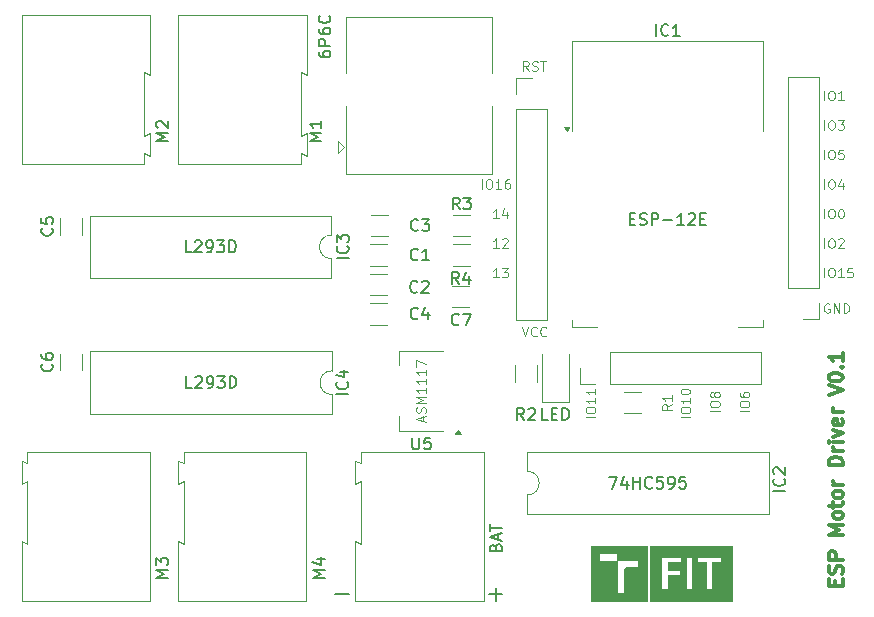
<source format=gbr>
%TF.GenerationSoftware,KiCad,Pcbnew,8.0.1*%
%TF.CreationDate,2024-04-08T22:20:49+02:00*%
%TF.ProjectId,driver,64726976-6572-42e6-9b69-6361645f7063,rev?*%
%TF.SameCoordinates,Original*%
%TF.FileFunction,Legend,Top*%
%TF.FilePolarity,Positive*%
%FSLAX46Y46*%
G04 Gerber Fmt 4.6, Leading zero omitted, Abs format (unit mm)*
G04 Created by KiCad (PCBNEW 8.0.1) date 2024-04-08 22:20:49*
%MOMM*%
%LPD*%
G01*
G04 APERTURE LIST*
%ADD10C,0.120000*%
%ADD11C,0.300000*%
%ADD12C,0.187500*%
%ADD13C,0.110000*%
%ADD14C,0.150000*%
%ADD15C,0.000000*%
G04 APERTURE END LIST*
D10*
X135269423Y-47345855D02*
X135269423Y-46545855D01*
X135802756Y-46545855D02*
X135955137Y-46545855D01*
X135955137Y-46545855D02*
X136031327Y-46583950D01*
X136031327Y-46583950D02*
X136107518Y-46660140D01*
X136107518Y-46660140D02*
X136145613Y-46812521D01*
X136145613Y-46812521D02*
X136145613Y-47079188D01*
X136145613Y-47079188D02*
X136107518Y-47231569D01*
X136107518Y-47231569D02*
X136031327Y-47307760D01*
X136031327Y-47307760D02*
X135955137Y-47345855D01*
X135955137Y-47345855D02*
X135802756Y-47345855D01*
X135802756Y-47345855D02*
X135726565Y-47307760D01*
X135726565Y-47307760D02*
X135650375Y-47231569D01*
X135650375Y-47231569D02*
X135612279Y-47079188D01*
X135612279Y-47079188D02*
X135612279Y-46812521D01*
X135612279Y-46812521D02*
X135650375Y-46660140D01*
X135650375Y-46660140D02*
X135726565Y-46583950D01*
X135726565Y-46583950D02*
X135802756Y-46545855D01*
X136907517Y-47345855D02*
X136450374Y-47345855D01*
X136678946Y-47345855D02*
X136678946Y-46545855D01*
X136678946Y-46545855D02*
X136602755Y-46660140D01*
X136602755Y-46660140D02*
X136526565Y-46736331D01*
X136526565Y-46736331D02*
X136450374Y-46774426D01*
D11*
X136208971Y-88466917D02*
X136208971Y-88066917D01*
X136837542Y-87895489D02*
X136837542Y-88466917D01*
X136837542Y-88466917D02*
X135637542Y-88466917D01*
X135637542Y-88466917D02*
X135637542Y-87895489D01*
X136780400Y-87438346D02*
X136837542Y-87266918D01*
X136837542Y-87266918D02*
X136837542Y-86981203D01*
X136837542Y-86981203D02*
X136780400Y-86866918D01*
X136780400Y-86866918D02*
X136723257Y-86809775D01*
X136723257Y-86809775D02*
X136608971Y-86752632D01*
X136608971Y-86752632D02*
X136494685Y-86752632D01*
X136494685Y-86752632D02*
X136380400Y-86809775D01*
X136380400Y-86809775D02*
X136323257Y-86866918D01*
X136323257Y-86866918D02*
X136266114Y-86981203D01*
X136266114Y-86981203D02*
X136208971Y-87209775D01*
X136208971Y-87209775D02*
X136151828Y-87324060D01*
X136151828Y-87324060D02*
X136094685Y-87381203D01*
X136094685Y-87381203D02*
X135980400Y-87438346D01*
X135980400Y-87438346D02*
X135866114Y-87438346D01*
X135866114Y-87438346D02*
X135751828Y-87381203D01*
X135751828Y-87381203D02*
X135694685Y-87324060D01*
X135694685Y-87324060D02*
X135637542Y-87209775D01*
X135637542Y-87209775D02*
X135637542Y-86924060D01*
X135637542Y-86924060D02*
X135694685Y-86752632D01*
X136837542Y-86238346D02*
X135637542Y-86238346D01*
X135637542Y-86238346D02*
X135637542Y-85781203D01*
X135637542Y-85781203D02*
X135694685Y-85666918D01*
X135694685Y-85666918D02*
X135751828Y-85609775D01*
X135751828Y-85609775D02*
X135866114Y-85552632D01*
X135866114Y-85552632D02*
X136037542Y-85552632D01*
X136037542Y-85552632D02*
X136151828Y-85609775D01*
X136151828Y-85609775D02*
X136208971Y-85666918D01*
X136208971Y-85666918D02*
X136266114Y-85781203D01*
X136266114Y-85781203D02*
X136266114Y-86238346D01*
X136837542Y-84124060D02*
X135637542Y-84124060D01*
X135637542Y-84124060D02*
X136494685Y-83724060D01*
X136494685Y-83724060D02*
X135637542Y-83324060D01*
X135637542Y-83324060D02*
X136837542Y-83324060D01*
X136837542Y-82581203D02*
X136780400Y-82695488D01*
X136780400Y-82695488D02*
X136723257Y-82752631D01*
X136723257Y-82752631D02*
X136608971Y-82809774D01*
X136608971Y-82809774D02*
X136266114Y-82809774D01*
X136266114Y-82809774D02*
X136151828Y-82752631D01*
X136151828Y-82752631D02*
X136094685Y-82695488D01*
X136094685Y-82695488D02*
X136037542Y-82581203D01*
X136037542Y-82581203D02*
X136037542Y-82409774D01*
X136037542Y-82409774D02*
X136094685Y-82295488D01*
X136094685Y-82295488D02*
X136151828Y-82238346D01*
X136151828Y-82238346D02*
X136266114Y-82181203D01*
X136266114Y-82181203D02*
X136608971Y-82181203D01*
X136608971Y-82181203D02*
X136723257Y-82238346D01*
X136723257Y-82238346D02*
X136780400Y-82295488D01*
X136780400Y-82295488D02*
X136837542Y-82409774D01*
X136837542Y-82409774D02*
X136837542Y-82581203D01*
X136037542Y-81838346D02*
X136037542Y-81381203D01*
X135637542Y-81666917D02*
X136666114Y-81666917D01*
X136666114Y-81666917D02*
X136780400Y-81609774D01*
X136780400Y-81609774D02*
X136837542Y-81495489D01*
X136837542Y-81495489D02*
X136837542Y-81381203D01*
X136837542Y-80809775D02*
X136780400Y-80924060D01*
X136780400Y-80924060D02*
X136723257Y-80981203D01*
X136723257Y-80981203D02*
X136608971Y-81038346D01*
X136608971Y-81038346D02*
X136266114Y-81038346D01*
X136266114Y-81038346D02*
X136151828Y-80981203D01*
X136151828Y-80981203D02*
X136094685Y-80924060D01*
X136094685Y-80924060D02*
X136037542Y-80809775D01*
X136037542Y-80809775D02*
X136037542Y-80638346D01*
X136037542Y-80638346D02*
X136094685Y-80524060D01*
X136094685Y-80524060D02*
X136151828Y-80466918D01*
X136151828Y-80466918D02*
X136266114Y-80409775D01*
X136266114Y-80409775D02*
X136608971Y-80409775D01*
X136608971Y-80409775D02*
X136723257Y-80466918D01*
X136723257Y-80466918D02*
X136780400Y-80524060D01*
X136780400Y-80524060D02*
X136837542Y-80638346D01*
X136837542Y-80638346D02*
X136837542Y-80809775D01*
X136837542Y-79895489D02*
X136037542Y-79895489D01*
X136266114Y-79895489D02*
X136151828Y-79838346D01*
X136151828Y-79838346D02*
X136094685Y-79781204D01*
X136094685Y-79781204D02*
X136037542Y-79666918D01*
X136037542Y-79666918D02*
X136037542Y-79552632D01*
X136837542Y-78238346D02*
X135637542Y-78238346D01*
X135637542Y-78238346D02*
X135637542Y-77952632D01*
X135637542Y-77952632D02*
X135694685Y-77781203D01*
X135694685Y-77781203D02*
X135808971Y-77666918D01*
X135808971Y-77666918D02*
X135923257Y-77609775D01*
X135923257Y-77609775D02*
X136151828Y-77552632D01*
X136151828Y-77552632D02*
X136323257Y-77552632D01*
X136323257Y-77552632D02*
X136551828Y-77609775D01*
X136551828Y-77609775D02*
X136666114Y-77666918D01*
X136666114Y-77666918D02*
X136780400Y-77781203D01*
X136780400Y-77781203D02*
X136837542Y-77952632D01*
X136837542Y-77952632D02*
X136837542Y-78238346D01*
X136837542Y-77038346D02*
X136037542Y-77038346D01*
X136266114Y-77038346D02*
X136151828Y-76981203D01*
X136151828Y-76981203D02*
X136094685Y-76924061D01*
X136094685Y-76924061D02*
X136037542Y-76809775D01*
X136037542Y-76809775D02*
X136037542Y-76695489D01*
X136837542Y-76295489D02*
X136037542Y-76295489D01*
X135637542Y-76295489D02*
X135694685Y-76352632D01*
X135694685Y-76352632D02*
X135751828Y-76295489D01*
X135751828Y-76295489D02*
X135694685Y-76238346D01*
X135694685Y-76238346D02*
X135637542Y-76295489D01*
X135637542Y-76295489D02*
X135751828Y-76295489D01*
X136037542Y-75838346D02*
X136837542Y-75552632D01*
X136837542Y-75552632D02*
X136037542Y-75266917D01*
X136780400Y-74352631D02*
X136837542Y-74466917D01*
X136837542Y-74466917D02*
X136837542Y-74695489D01*
X136837542Y-74695489D02*
X136780400Y-74809774D01*
X136780400Y-74809774D02*
X136666114Y-74866917D01*
X136666114Y-74866917D02*
X136208971Y-74866917D01*
X136208971Y-74866917D02*
X136094685Y-74809774D01*
X136094685Y-74809774D02*
X136037542Y-74695489D01*
X136037542Y-74695489D02*
X136037542Y-74466917D01*
X136037542Y-74466917D02*
X136094685Y-74352631D01*
X136094685Y-74352631D02*
X136208971Y-74295489D01*
X136208971Y-74295489D02*
X136323257Y-74295489D01*
X136323257Y-74295489D02*
X136437542Y-74866917D01*
X136837542Y-73781203D02*
X136037542Y-73781203D01*
X136266114Y-73781203D02*
X136151828Y-73724060D01*
X136151828Y-73724060D02*
X136094685Y-73666918D01*
X136094685Y-73666918D02*
X136037542Y-73552632D01*
X136037542Y-73552632D02*
X136037542Y-73438346D01*
X135637542Y-72295489D02*
X136837542Y-71895489D01*
X136837542Y-71895489D02*
X135637542Y-71495489D01*
X135637542Y-70866918D02*
X135637542Y-70752632D01*
X135637542Y-70752632D02*
X135694685Y-70638346D01*
X135694685Y-70638346D02*
X135751828Y-70581204D01*
X135751828Y-70581204D02*
X135866114Y-70524061D01*
X135866114Y-70524061D02*
X136094685Y-70466918D01*
X136094685Y-70466918D02*
X136380400Y-70466918D01*
X136380400Y-70466918D02*
X136608971Y-70524061D01*
X136608971Y-70524061D02*
X136723257Y-70581204D01*
X136723257Y-70581204D02*
X136780400Y-70638346D01*
X136780400Y-70638346D02*
X136837542Y-70752632D01*
X136837542Y-70752632D02*
X136837542Y-70866918D01*
X136837542Y-70866918D02*
X136780400Y-70981204D01*
X136780400Y-70981204D02*
X136723257Y-71038346D01*
X136723257Y-71038346D02*
X136608971Y-71095489D01*
X136608971Y-71095489D02*
X136380400Y-71152632D01*
X136380400Y-71152632D02*
X136094685Y-71152632D01*
X136094685Y-71152632D02*
X135866114Y-71095489D01*
X135866114Y-71095489D02*
X135751828Y-71038346D01*
X135751828Y-71038346D02*
X135694685Y-70981204D01*
X135694685Y-70981204D02*
X135637542Y-70866918D01*
X136723257Y-69952632D02*
X136780400Y-69895489D01*
X136780400Y-69895489D02*
X136837542Y-69952632D01*
X136837542Y-69952632D02*
X136780400Y-70009775D01*
X136780400Y-70009775D02*
X136723257Y-69952632D01*
X136723257Y-69952632D02*
X136837542Y-69952632D01*
X136837542Y-68752632D02*
X136837542Y-69438346D01*
X136837542Y-69095489D02*
X135637542Y-69095489D01*
X135637542Y-69095489D02*
X135808971Y-69209775D01*
X135808971Y-69209775D02*
X135923257Y-69324060D01*
X135923257Y-69324060D02*
X135980400Y-69438346D01*
D10*
X135269423Y-62345855D02*
X135269423Y-61545855D01*
X135802756Y-61545855D02*
X135955137Y-61545855D01*
X135955137Y-61545855D02*
X136031327Y-61583950D01*
X136031327Y-61583950D02*
X136107518Y-61660140D01*
X136107518Y-61660140D02*
X136145613Y-61812521D01*
X136145613Y-61812521D02*
X136145613Y-62079188D01*
X136145613Y-62079188D02*
X136107518Y-62231569D01*
X136107518Y-62231569D02*
X136031327Y-62307760D01*
X136031327Y-62307760D02*
X135955137Y-62345855D01*
X135955137Y-62345855D02*
X135802756Y-62345855D01*
X135802756Y-62345855D02*
X135726565Y-62307760D01*
X135726565Y-62307760D02*
X135650375Y-62231569D01*
X135650375Y-62231569D02*
X135612279Y-62079188D01*
X135612279Y-62079188D02*
X135612279Y-61812521D01*
X135612279Y-61812521D02*
X135650375Y-61660140D01*
X135650375Y-61660140D02*
X135726565Y-61583950D01*
X135726565Y-61583950D02*
X135802756Y-61545855D01*
X136907517Y-62345855D02*
X136450374Y-62345855D01*
X136678946Y-62345855D02*
X136678946Y-61545855D01*
X136678946Y-61545855D02*
X136602755Y-61660140D01*
X136602755Y-61660140D02*
X136526565Y-61736331D01*
X136526565Y-61736331D02*
X136450374Y-61774426D01*
X137631327Y-61545855D02*
X137250375Y-61545855D01*
X137250375Y-61545855D02*
X137212279Y-61926807D01*
X137212279Y-61926807D02*
X137250375Y-61888712D01*
X137250375Y-61888712D02*
X137326565Y-61850617D01*
X137326565Y-61850617D02*
X137517041Y-61850617D01*
X137517041Y-61850617D02*
X137593232Y-61888712D01*
X137593232Y-61888712D02*
X137631327Y-61926807D01*
X137631327Y-61926807D02*
X137669422Y-62002998D01*
X137669422Y-62002998D02*
X137669422Y-62193474D01*
X137669422Y-62193474D02*
X137631327Y-62269664D01*
X137631327Y-62269664D02*
X137593232Y-62307760D01*
X137593232Y-62307760D02*
X137517041Y-62345855D01*
X137517041Y-62345855D02*
X137326565Y-62345855D01*
X137326565Y-62345855D02*
X137250375Y-62307760D01*
X137250375Y-62307760D02*
X137212279Y-62269664D01*
X135269423Y-57345855D02*
X135269423Y-56545855D01*
X135802756Y-56545855D02*
X135955137Y-56545855D01*
X135955137Y-56545855D02*
X136031327Y-56583950D01*
X136031327Y-56583950D02*
X136107518Y-56660140D01*
X136107518Y-56660140D02*
X136145613Y-56812521D01*
X136145613Y-56812521D02*
X136145613Y-57079188D01*
X136145613Y-57079188D02*
X136107518Y-57231569D01*
X136107518Y-57231569D02*
X136031327Y-57307760D01*
X136031327Y-57307760D02*
X135955137Y-57345855D01*
X135955137Y-57345855D02*
X135802756Y-57345855D01*
X135802756Y-57345855D02*
X135726565Y-57307760D01*
X135726565Y-57307760D02*
X135650375Y-57231569D01*
X135650375Y-57231569D02*
X135612279Y-57079188D01*
X135612279Y-57079188D02*
X135612279Y-56812521D01*
X135612279Y-56812521D02*
X135650375Y-56660140D01*
X135650375Y-56660140D02*
X135726565Y-56583950D01*
X135726565Y-56583950D02*
X135802756Y-56545855D01*
X136640851Y-56545855D02*
X136717041Y-56545855D01*
X136717041Y-56545855D02*
X136793232Y-56583950D01*
X136793232Y-56583950D02*
X136831327Y-56622045D01*
X136831327Y-56622045D02*
X136869422Y-56698236D01*
X136869422Y-56698236D02*
X136907517Y-56850617D01*
X136907517Y-56850617D02*
X136907517Y-57041093D01*
X136907517Y-57041093D02*
X136869422Y-57193474D01*
X136869422Y-57193474D02*
X136831327Y-57269664D01*
X136831327Y-57269664D02*
X136793232Y-57307760D01*
X136793232Y-57307760D02*
X136717041Y-57345855D01*
X136717041Y-57345855D02*
X136640851Y-57345855D01*
X136640851Y-57345855D02*
X136564660Y-57307760D01*
X136564660Y-57307760D02*
X136526565Y-57269664D01*
X136526565Y-57269664D02*
X136488470Y-57193474D01*
X136488470Y-57193474D02*
X136450374Y-57041093D01*
X136450374Y-57041093D02*
X136450374Y-56850617D01*
X136450374Y-56850617D02*
X136488470Y-56698236D01*
X136488470Y-56698236D02*
X136526565Y-56622045D01*
X136526565Y-56622045D02*
X136564660Y-56583950D01*
X136564660Y-56583950D02*
X136640851Y-56545855D01*
X123895855Y-74180576D02*
X123095855Y-74180576D01*
X123095855Y-73647243D02*
X123095855Y-73494862D01*
X123095855Y-73494862D02*
X123133950Y-73418672D01*
X123133950Y-73418672D02*
X123210140Y-73342481D01*
X123210140Y-73342481D02*
X123362521Y-73304386D01*
X123362521Y-73304386D02*
X123629188Y-73304386D01*
X123629188Y-73304386D02*
X123781569Y-73342481D01*
X123781569Y-73342481D02*
X123857760Y-73418672D01*
X123857760Y-73418672D02*
X123895855Y-73494862D01*
X123895855Y-73494862D02*
X123895855Y-73647243D01*
X123895855Y-73647243D02*
X123857760Y-73723434D01*
X123857760Y-73723434D02*
X123781569Y-73799624D01*
X123781569Y-73799624D02*
X123629188Y-73837720D01*
X123629188Y-73837720D02*
X123362521Y-73837720D01*
X123362521Y-73837720D02*
X123210140Y-73799624D01*
X123210140Y-73799624D02*
X123133950Y-73723434D01*
X123133950Y-73723434D02*
X123095855Y-73647243D01*
X123895855Y-72542482D02*
X123895855Y-72999625D01*
X123895855Y-72771053D02*
X123095855Y-72771053D01*
X123095855Y-72771053D02*
X123210140Y-72847244D01*
X123210140Y-72847244D02*
X123286331Y-72923434D01*
X123286331Y-72923434D02*
X123324426Y-72999625D01*
X123095855Y-72047243D02*
X123095855Y-71971053D01*
X123095855Y-71971053D02*
X123133950Y-71894862D01*
X123133950Y-71894862D02*
X123172045Y-71856767D01*
X123172045Y-71856767D02*
X123248236Y-71818672D01*
X123248236Y-71818672D02*
X123400617Y-71780577D01*
X123400617Y-71780577D02*
X123591093Y-71780577D01*
X123591093Y-71780577D02*
X123743474Y-71818672D01*
X123743474Y-71818672D02*
X123819664Y-71856767D01*
X123819664Y-71856767D02*
X123857760Y-71894862D01*
X123857760Y-71894862D02*
X123895855Y-71971053D01*
X123895855Y-71971053D02*
X123895855Y-72047243D01*
X123895855Y-72047243D02*
X123857760Y-72123434D01*
X123857760Y-72123434D02*
X123819664Y-72161529D01*
X123819664Y-72161529D02*
X123743474Y-72199624D01*
X123743474Y-72199624D02*
X123591093Y-72237720D01*
X123591093Y-72237720D02*
X123400617Y-72237720D01*
X123400617Y-72237720D02*
X123248236Y-72199624D01*
X123248236Y-72199624D02*
X123172045Y-72161529D01*
X123172045Y-72161529D02*
X123133950Y-72123434D01*
X123133950Y-72123434D02*
X123095855Y-72047243D01*
X107688470Y-59845855D02*
X107231327Y-59845855D01*
X107459899Y-59845855D02*
X107459899Y-59045855D01*
X107459899Y-59045855D02*
X107383708Y-59160140D01*
X107383708Y-59160140D02*
X107307518Y-59236331D01*
X107307518Y-59236331D02*
X107231327Y-59274426D01*
X107993232Y-59122045D02*
X108031328Y-59083950D01*
X108031328Y-59083950D02*
X108107518Y-59045855D01*
X108107518Y-59045855D02*
X108297994Y-59045855D01*
X108297994Y-59045855D02*
X108374185Y-59083950D01*
X108374185Y-59083950D02*
X108412280Y-59122045D01*
X108412280Y-59122045D02*
X108450375Y-59198236D01*
X108450375Y-59198236D02*
X108450375Y-59274426D01*
X108450375Y-59274426D02*
X108412280Y-59388712D01*
X108412280Y-59388712D02*
X107955137Y-59845855D01*
X107955137Y-59845855D02*
X108450375Y-59845855D01*
X135269423Y-54845855D02*
X135269423Y-54045855D01*
X135802756Y-54045855D02*
X135955137Y-54045855D01*
X135955137Y-54045855D02*
X136031327Y-54083950D01*
X136031327Y-54083950D02*
X136107518Y-54160140D01*
X136107518Y-54160140D02*
X136145613Y-54312521D01*
X136145613Y-54312521D02*
X136145613Y-54579188D01*
X136145613Y-54579188D02*
X136107518Y-54731569D01*
X136107518Y-54731569D02*
X136031327Y-54807760D01*
X136031327Y-54807760D02*
X135955137Y-54845855D01*
X135955137Y-54845855D02*
X135802756Y-54845855D01*
X135802756Y-54845855D02*
X135726565Y-54807760D01*
X135726565Y-54807760D02*
X135650375Y-54731569D01*
X135650375Y-54731569D02*
X135612279Y-54579188D01*
X135612279Y-54579188D02*
X135612279Y-54312521D01*
X135612279Y-54312521D02*
X135650375Y-54160140D01*
X135650375Y-54160140D02*
X135726565Y-54083950D01*
X135726565Y-54083950D02*
X135802756Y-54045855D01*
X136831327Y-54312521D02*
X136831327Y-54845855D01*
X136640851Y-54007760D02*
X136450374Y-54579188D01*
X136450374Y-54579188D02*
X136945613Y-54579188D01*
X107688470Y-57345855D02*
X107231327Y-57345855D01*
X107459899Y-57345855D02*
X107459899Y-56545855D01*
X107459899Y-56545855D02*
X107383708Y-56660140D01*
X107383708Y-56660140D02*
X107307518Y-56736331D01*
X107307518Y-56736331D02*
X107231327Y-56774426D01*
X108374185Y-56812521D02*
X108374185Y-57345855D01*
X108183709Y-56507760D02*
X107993232Y-57079188D01*
X107993232Y-57079188D02*
X108488471Y-57079188D01*
X110226566Y-44845855D02*
X109959899Y-44464902D01*
X109769423Y-44845855D02*
X109769423Y-44045855D01*
X109769423Y-44045855D02*
X110074185Y-44045855D01*
X110074185Y-44045855D02*
X110150375Y-44083950D01*
X110150375Y-44083950D02*
X110188470Y-44122045D01*
X110188470Y-44122045D02*
X110226566Y-44198236D01*
X110226566Y-44198236D02*
X110226566Y-44312521D01*
X110226566Y-44312521D02*
X110188470Y-44388712D01*
X110188470Y-44388712D02*
X110150375Y-44426807D01*
X110150375Y-44426807D02*
X110074185Y-44464902D01*
X110074185Y-44464902D02*
X109769423Y-44464902D01*
X110531327Y-44807760D02*
X110645613Y-44845855D01*
X110645613Y-44845855D02*
X110836089Y-44845855D01*
X110836089Y-44845855D02*
X110912280Y-44807760D01*
X110912280Y-44807760D02*
X110950375Y-44769664D01*
X110950375Y-44769664D02*
X110988470Y-44693474D01*
X110988470Y-44693474D02*
X110988470Y-44617283D01*
X110988470Y-44617283D02*
X110950375Y-44541093D01*
X110950375Y-44541093D02*
X110912280Y-44502998D01*
X110912280Y-44502998D02*
X110836089Y-44464902D01*
X110836089Y-44464902D02*
X110683708Y-44426807D01*
X110683708Y-44426807D02*
X110607518Y-44388712D01*
X110607518Y-44388712D02*
X110569423Y-44350617D01*
X110569423Y-44350617D02*
X110531327Y-44274426D01*
X110531327Y-44274426D02*
X110531327Y-44198236D01*
X110531327Y-44198236D02*
X110569423Y-44122045D01*
X110569423Y-44122045D02*
X110607518Y-44083950D01*
X110607518Y-44083950D02*
X110683708Y-44045855D01*
X110683708Y-44045855D02*
X110874185Y-44045855D01*
X110874185Y-44045855D02*
X110988470Y-44083950D01*
X111217042Y-44045855D02*
X111674185Y-44045855D01*
X111445613Y-44845855D02*
X111445613Y-44045855D01*
X126395855Y-73680576D02*
X125595855Y-73680576D01*
X125595855Y-73147243D02*
X125595855Y-72994862D01*
X125595855Y-72994862D02*
X125633950Y-72918672D01*
X125633950Y-72918672D02*
X125710140Y-72842481D01*
X125710140Y-72842481D02*
X125862521Y-72804386D01*
X125862521Y-72804386D02*
X126129188Y-72804386D01*
X126129188Y-72804386D02*
X126281569Y-72842481D01*
X126281569Y-72842481D02*
X126357760Y-72918672D01*
X126357760Y-72918672D02*
X126395855Y-72994862D01*
X126395855Y-72994862D02*
X126395855Y-73147243D01*
X126395855Y-73147243D02*
X126357760Y-73223434D01*
X126357760Y-73223434D02*
X126281569Y-73299624D01*
X126281569Y-73299624D02*
X126129188Y-73337720D01*
X126129188Y-73337720D02*
X125862521Y-73337720D01*
X125862521Y-73337720D02*
X125710140Y-73299624D01*
X125710140Y-73299624D02*
X125633950Y-73223434D01*
X125633950Y-73223434D02*
X125595855Y-73147243D01*
X125938712Y-72347244D02*
X125900617Y-72423434D01*
X125900617Y-72423434D02*
X125862521Y-72461529D01*
X125862521Y-72461529D02*
X125786331Y-72499625D01*
X125786331Y-72499625D02*
X125748236Y-72499625D01*
X125748236Y-72499625D02*
X125672045Y-72461529D01*
X125672045Y-72461529D02*
X125633950Y-72423434D01*
X125633950Y-72423434D02*
X125595855Y-72347244D01*
X125595855Y-72347244D02*
X125595855Y-72194863D01*
X125595855Y-72194863D02*
X125633950Y-72118672D01*
X125633950Y-72118672D02*
X125672045Y-72080577D01*
X125672045Y-72080577D02*
X125748236Y-72042482D01*
X125748236Y-72042482D02*
X125786331Y-72042482D01*
X125786331Y-72042482D02*
X125862521Y-72080577D01*
X125862521Y-72080577D02*
X125900617Y-72118672D01*
X125900617Y-72118672D02*
X125938712Y-72194863D01*
X125938712Y-72194863D02*
X125938712Y-72347244D01*
X125938712Y-72347244D02*
X125976807Y-72423434D01*
X125976807Y-72423434D02*
X126014902Y-72461529D01*
X126014902Y-72461529D02*
X126091093Y-72499625D01*
X126091093Y-72499625D02*
X126243474Y-72499625D01*
X126243474Y-72499625D02*
X126319664Y-72461529D01*
X126319664Y-72461529D02*
X126357760Y-72423434D01*
X126357760Y-72423434D02*
X126395855Y-72347244D01*
X126395855Y-72347244D02*
X126395855Y-72194863D01*
X126395855Y-72194863D02*
X126357760Y-72118672D01*
X126357760Y-72118672D02*
X126319664Y-72080577D01*
X126319664Y-72080577D02*
X126243474Y-72042482D01*
X126243474Y-72042482D02*
X126091093Y-72042482D01*
X126091093Y-72042482D02*
X126014902Y-72080577D01*
X126014902Y-72080577D02*
X125976807Y-72118672D01*
X125976807Y-72118672D02*
X125938712Y-72194863D01*
X135269423Y-59845855D02*
X135269423Y-59045855D01*
X135802756Y-59045855D02*
X135955137Y-59045855D01*
X135955137Y-59045855D02*
X136031327Y-59083950D01*
X136031327Y-59083950D02*
X136107518Y-59160140D01*
X136107518Y-59160140D02*
X136145613Y-59312521D01*
X136145613Y-59312521D02*
X136145613Y-59579188D01*
X136145613Y-59579188D02*
X136107518Y-59731569D01*
X136107518Y-59731569D02*
X136031327Y-59807760D01*
X136031327Y-59807760D02*
X135955137Y-59845855D01*
X135955137Y-59845855D02*
X135802756Y-59845855D01*
X135802756Y-59845855D02*
X135726565Y-59807760D01*
X135726565Y-59807760D02*
X135650375Y-59731569D01*
X135650375Y-59731569D02*
X135612279Y-59579188D01*
X135612279Y-59579188D02*
X135612279Y-59312521D01*
X135612279Y-59312521D02*
X135650375Y-59160140D01*
X135650375Y-59160140D02*
X135726565Y-59083950D01*
X135726565Y-59083950D02*
X135802756Y-59045855D01*
X136450374Y-59122045D02*
X136488470Y-59083950D01*
X136488470Y-59083950D02*
X136564660Y-59045855D01*
X136564660Y-59045855D02*
X136755136Y-59045855D01*
X136755136Y-59045855D02*
X136831327Y-59083950D01*
X136831327Y-59083950D02*
X136869422Y-59122045D01*
X136869422Y-59122045D02*
X136907517Y-59198236D01*
X136907517Y-59198236D02*
X136907517Y-59274426D01*
X136907517Y-59274426D02*
X136869422Y-59388712D01*
X136869422Y-59388712D02*
X136412279Y-59845855D01*
X136412279Y-59845855D02*
X136907517Y-59845855D01*
X135688470Y-64583950D02*
X135612280Y-64545855D01*
X135612280Y-64545855D02*
X135497994Y-64545855D01*
X135497994Y-64545855D02*
X135383708Y-64583950D01*
X135383708Y-64583950D02*
X135307518Y-64660140D01*
X135307518Y-64660140D02*
X135269423Y-64736331D01*
X135269423Y-64736331D02*
X135231327Y-64888712D01*
X135231327Y-64888712D02*
X135231327Y-65002998D01*
X135231327Y-65002998D02*
X135269423Y-65155379D01*
X135269423Y-65155379D02*
X135307518Y-65231569D01*
X135307518Y-65231569D02*
X135383708Y-65307760D01*
X135383708Y-65307760D02*
X135497994Y-65345855D01*
X135497994Y-65345855D02*
X135574185Y-65345855D01*
X135574185Y-65345855D02*
X135688470Y-65307760D01*
X135688470Y-65307760D02*
X135726566Y-65269664D01*
X135726566Y-65269664D02*
X135726566Y-65002998D01*
X135726566Y-65002998D02*
X135574185Y-65002998D01*
X136069423Y-65345855D02*
X136069423Y-64545855D01*
X136069423Y-64545855D02*
X136526566Y-65345855D01*
X136526566Y-65345855D02*
X136526566Y-64545855D01*
X136907518Y-65345855D02*
X136907518Y-64545855D01*
X136907518Y-64545855D02*
X137097994Y-64545855D01*
X137097994Y-64545855D02*
X137212280Y-64583950D01*
X137212280Y-64583950D02*
X137288470Y-64660140D01*
X137288470Y-64660140D02*
X137326565Y-64736331D01*
X137326565Y-64736331D02*
X137364661Y-64888712D01*
X137364661Y-64888712D02*
X137364661Y-65002998D01*
X137364661Y-65002998D02*
X137326565Y-65155379D01*
X137326565Y-65155379D02*
X137288470Y-65231569D01*
X137288470Y-65231569D02*
X137212280Y-65307760D01*
X137212280Y-65307760D02*
X137097994Y-65345855D01*
X137097994Y-65345855D02*
X136907518Y-65345855D01*
X128895855Y-73680576D02*
X128095855Y-73680576D01*
X128095855Y-73147243D02*
X128095855Y-72994862D01*
X128095855Y-72994862D02*
X128133950Y-72918672D01*
X128133950Y-72918672D02*
X128210140Y-72842481D01*
X128210140Y-72842481D02*
X128362521Y-72804386D01*
X128362521Y-72804386D02*
X128629188Y-72804386D01*
X128629188Y-72804386D02*
X128781569Y-72842481D01*
X128781569Y-72842481D02*
X128857760Y-72918672D01*
X128857760Y-72918672D02*
X128895855Y-72994862D01*
X128895855Y-72994862D02*
X128895855Y-73147243D01*
X128895855Y-73147243D02*
X128857760Y-73223434D01*
X128857760Y-73223434D02*
X128781569Y-73299624D01*
X128781569Y-73299624D02*
X128629188Y-73337720D01*
X128629188Y-73337720D02*
X128362521Y-73337720D01*
X128362521Y-73337720D02*
X128210140Y-73299624D01*
X128210140Y-73299624D02*
X128133950Y-73223434D01*
X128133950Y-73223434D02*
X128095855Y-73147243D01*
X128095855Y-72118672D02*
X128095855Y-72271053D01*
X128095855Y-72271053D02*
X128133950Y-72347244D01*
X128133950Y-72347244D02*
X128172045Y-72385339D01*
X128172045Y-72385339D02*
X128286331Y-72461529D01*
X128286331Y-72461529D02*
X128438712Y-72499625D01*
X128438712Y-72499625D02*
X128743474Y-72499625D01*
X128743474Y-72499625D02*
X128819664Y-72461529D01*
X128819664Y-72461529D02*
X128857760Y-72423434D01*
X128857760Y-72423434D02*
X128895855Y-72347244D01*
X128895855Y-72347244D02*
X128895855Y-72194863D01*
X128895855Y-72194863D02*
X128857760Y-72118672D01*
X128857760Y-72118672D02*
X128819664Y-72080577D01*
X128819664Y-72080577D02*
X128743474Y-72042482D01*
X128743474Y-72042482D02*
X128552998Y-72042482D01*
X128552998Y-72042482D02*
X128476807Y-72080577D01*
X128476807Y-72080577D02*
X128438712Y-72118672D01*
X128438712Y-72118672D02*
X128400617Y-72194863D01*
X128400617Y-72194863D02*
X128400617Y-72347244D01*
X128400617Y-72347244D02*
X128438712Y-72423434D01*
X128438712Y-72423434D02*
X128476807Y-72461529D01*
X128476807Y-72461529D02*
X128552998Y-72499625D01*
X115895855Y-74180576D02*
X115095855Y-74180576D01*
X115095855Y-73647243D02*
X115095855Y-73494862D01*
X115095855Y-73494862D02*
X115133950Y-73418672D01*
X115133950Y-73418672D02*
X115210140Y-73342481D01*
X115210140Y-73342481D02*
X115362521Y-73304386D01*
X115362521Y-73304386D02*
X115629188Y-73304386D01*
X115629188Y-73304386D02*
X115781569Y-73342481D01*
X115781569Y-73342481D02*
X115857760Y-73418672D01*
X115857760Y-73418672D02*
X115895855Y-73494862D01*
X115895855Y-73494862D02*
X115895855Y-73647243D01*
X115895855Y-73647243D02*
X115857760Y-73723434D01*
X115857760Y-73723434D02*
X115781569Y-73799624D01*
X115781569Y-73799624D02*
X115629188Y-73837720D01*
X115629188Y-73837720D02*
X115362521Y-73837720D01*
X115362521Y-73837720D02*
X115210140Y-73799624D01*
X115210140Y-73799624D02*
X115133950Y-73723434D01*
X115133950Y-73723434D02*
X115095855Y-73647243D01*
X115895855Y-72542482D02*
X115895855Y-72999625D01*
X115895855Y-72771053D02*
X115095855Y-72771053D01*
X115095855Y-72771053D02*
X115210140Y-72847244D01*
X115210140Y-72847244D02*
X115286331Y-72923434D01*
X115286331Y-72923434D02*
X115324426Y-72999625D01*
X115895855Y-71780577D02*
X115895855Y-72237720D01*
X115895855Y-72009148D02*
X115095855Y-72009148D01*
X115095855Y-72009148D02*
X115210140Y-72085339D01*
X115210140Y-72085339D02*
X115286331Y-72161529D01*
X115286331Y-72161529D02*
X115324426Y-72237720D01*
X106269423Y-54845855D02*
X106269423Y-54045855D01*
X106802756Y-54045855D02*
X106955137Y-54045855D01*
X106955137Y-54045855D02*
X107031327Y-54083950D01*
X107031327Y-54083950D02*
X107107518Y-54160140D01*
X107107518Y-54160140D02*
X107145613Y-54312521D01*
X107145613Y-54312521D02*
X107145613Y-54579188D01*
X107145613Y-54579188D02*
X107107518Y-54731569D01*
X107107518Y-54731569D02*
X107031327Y-54807760D01*
X107031327Y-54807760D02*
X106955137Y-54845855D01*
X106955137Y-54845855D02*
X106802756Y-54845855D01*
X106802756Y-54845855D02*
X106726565Y-54807760D01*
X106726565Y-54807760D02*
X106650375Y-54731569D01*
X106650375Y-54731569D02*
X106612279Y-54579188D01*
X106612279Y-54579188D02*
X106612279Y-54312521D01*
X106612279Y-54312521D02*
X106650375Y-54160140D01*
X106650375Y-54160140D02*
X106726565Y-54083950D01*
X106726565Y-54083950D02*
X106802756Y-54045855D01*
X107907517Y-54845855D02*
X107450374Y-54845855D01*
X107678946Y-54845855D02*
X107678946Y-54045855D01*
X107678946Y-54045855D02*
X107602755Y-54160140D01*
X107602755Y-54160140D02*
X107526565Y-54236331D01*
X107526565Y-54236331D02*
X107450374Y-54274426D01*
X108593232Y-54045855D02*
X108440851Y-54045855D01*
X108440851Y-54045855D02*
X108364660Y-54083950D01*
X108364660Y-54083950D02*
X108326565Y-54122045D01*
X108326565Y-54122045D02*
X108250375Y-54236331D01*
X108250375Y-54236331D02*
X108212279Y-54388712D01*
X108212279Y-54388712D02*
X108212279Y-54693474D01*
X108212279Y-54693474D02*
X108250375Y-54769664D01*
X108250375Y-54769664D02*
X108288470Y-54807760D01*
X108288470Y-54807760D02*
X108364660Y-54845855D01*
X108364660Y-54845855D02*
X108517041Y-54845855D01*
X108517041Y-54845855D02*
X108593232Y-54807760D01*
X108593232Y-54807760D02*
X108631327Y-54769664D01*
X108631327Y-54769664D02*
X108669422Y-54693474D01*
X108669422Y-54693474D02*
X108669422Y-54502998D01*
X108669422Y-54502998D02*
X108631327Y-54426807D01*
X108631327Y-54426807D02*
X108593232Y-54388712D01*
X108593232Y-54388712D02*
X108517041Y-54350617D01*
X108517041Y-54350617D02*
X108364660Y-54350617D01*
X108364660Y-54350617D02*
X108288470Y-54388712D01*
X108288470Y-54388712D02*
X108250375Y-54426807D01*
X108250375Y-54426807D02*
X108212279Y-54502998D01*
X107688470Y-62345855D02*
X107231327Y-62345855D01*
X107459899Y-62345855D02*
X107459899Y-61545855D01*
X107459899Y-61545855D02*
X107383708Y-61660140D01*
X107383708Y-61660140D02*
X107307518Y-61736331D01*
X107307518Y-61736331D02*
X107231327Y-61774426D01*
X107955137Y-61545855D02*
X108450375Y-61545855D01*
X108450375Y-61545855D02*
X108183709Y-61850617D01*
X108183709Y-61850617D02*
X108297994Y-61850617D01*
X108297994Y-61850617D02*
X108374185Y-61888712D01*
X108374185Y-61888712D02*
X108412280Y-61926807D01*
X108412280Y-61926807D02*
X108450375Y-62002998D01*
X108450375Y-62002998D02*
X108450375Y-62193474D01*
X108450375Y-62193474D02*
X108412280Y-62269664D01*
X108412280Y-62269664D02*
X108374185Y-62307760D01*
X108374185Y-62307760D02*
X108297994Y-62345855D01*
X108297994Y-62345855D02*
X108069423Y-62345855D01*
X108069423Y-62345855D02*
X107993232Y-62307760D01*
X107993232Y-62307760D02*
X107955137Y-62269664D01*
X135269423Y-49845855D02*
X135269423Y-49045855D01*
X135802756Y-49045855D02*
X135955137Y-49045855D01*
X135955137Y-49045855D02*
X136031327Y-49083950D01*
X136031327Y-49083950D02*
X136107518Y-49160140D01*
X136107518Y-49160140D02*
X136145613Y-49312521D01*
X136145613Y-49312521D02*
X136145613Y-49579188D01*
X136145613Y-49579188D02*
X136107518Y-49731569D01*
X136107518Y-49731569D02*
X136031327Y-49807760D01*
X136031327Y-49807760D02*
X135955137Y-49845855D01*
X135955137Y-49845855D02*
X135802756Y-49845855D01*
X135802756Y-49845855D02*
X135726565Y-49807760D01*
X135726565Y-49807760D02*
X135650375Y-49731569D01*
X135650375Y-49731569D02*
X135612279Y-49579188D01*
X135612279Y-49579188D02*
X135612279Y-49312521D01*
X135612279Y-49312521D02*
X135650375Y-49160140D01*
X135650375Y-49160140D02*
X135726565Y-49083950D01*
X135726565Y-49083950D02*
X135802756Y-49045855D01*
X136412279Y-49045855D02*
X136907517Y-49045855D01*
X136907517Y-49045855D02*
X136640851Y-49350617D01*
X136640851Y-49350617D02*
X136755136Y-49350617D01*
X136755136Y-49350617D02*
X136831327Y-49388712D01*
X136831327Y-49388712D02*
X136869422Y-49426807D01*
X136869422Y-49426807D02*
X136907517Y-49502998D01*
X136907517Y-49502998D02*
X136907517Y-49693474D01*
X136907517Y-49693474D02*
X136869422Y-49769664D01*
X136869422Y-49769664D02*
X136831327Y-49807760D01*
X136831327Y-49807760D02*
X136755136Y-49845855D01*
X136755136Y-49845855D02*
X136526565Y-49845855D01*
X136526565Y-49845855D02*
X136450374Y-49807760D01*
X136450374Y-49807760D02*
X136412279Y-49769664D01*
D12*
X108019502Y-89185250D02*
X106876645Y-89185250D01*
X107448073Y-89756678D02*
X107448073Y-88613821D01*
D13*
X109648558Y-66546375D02*
X109915225Y-67346375D01*
X109915225Y-67346375D02*
X110181891Y-66546375D01*
X110905701Y-67270184D02*
X110867605Y-67308280D01*
X110867605Y-67308280D02*
X110753320Y-67346375D01*
X110753320Y-67346375D02*
X110677129Y-67346375D01*
X110677129Y-67346375D02*
X110562843Y-67308280D01*
X110562843Y-67308280D02*
X110486653Y-67232089D01*
X110486653Y-67232089D02*
X110448558Y-67155899D01*
X110448558Y-67155899D02*
X110410462Y-67003518D01*
X110410462Y-67003518D02*
X110410462Y-66889232D01*
X110410462Y-66889232D02*
X110448558Y-66736851D01*
X110448558Y-66736851D02*
X110486653Y-66660660D01*
X110486653Y-66660660D02*
X110562843Y-66584470D01*
X110562843Y-66584470D02*
X110677129Y-66546375D01*
X110677129Y-66546375D02*
X110753320Y-66546375D01*
X110753320Y-66546375D02*
X110867605Y-66584470D01*
X110867605Y-66584470D02*
X110905701Y-66622565D01*
X111705701Y-67270184D02*
X111667605Y-67308280D01*
X111667605Y-67308280D02*
X111553320Y-67346375D01*
X111553320Y-67346375D02*
X111477129Y-67346375D01*
X111477129Y-67346375D02*
X111362843Y-67308280D01*
X111362843Y-67308280D02*
X111286653Y-67232089D01*
X111286653Y-67232089D02*
X111248558Y-67155899D01*
X111248558Y-67155899D02*
X111210462Y-67003518D01*
X111210462Y-67003518D02*
X111210462Y-66889232D01*
X111210462Y-66889232D02*
X111248558Y-66736851D01*
X111248558Y-66736851D02*
X111286653Y-66660660D01*
X111286653Y-66660660D02*
X111362843Y-66584470D01*
X111362843Y-66584470D02*
X111477129Y-66546375D01*
X111477129Y-66546375D02*
X111553320Y-66546375D01*
X111553320Y-66546375D02*
X111667605Y-66584470D01*
X111667605Y-66584470D02*
X111705701Y-66622565D01*
D12*
X95019502Y-89185250D02*
X93876645Y-89185250D01*
D10*
X135269423Y-52345855D02*
X135269423Y-51545855D01*
X135802756Y-51545855D02*
X135955137Y-51545855D01*
X135955137Y-51545855D02*
X136031327Y-51583950D01*
X136031327Y-51583950D02*
X136107518Y-51660140D01*
X136107518Y-51660140D02*
X136145613Y-51812521D01*
X136145613Y-51812521D02*
X136145613Y-52079188D01*
X136145613Y-52079188D02*
X136107518Y-52231569D01*
X136107518Y-52231569D02*
X136031327Y-52307760D01*
X136031327Y-52307760D02*
X135955137Y-52345855D01*
X135955137Y-52345855D02*
X135802756Y-52345855D01*
X135802756Y-52345855D02*
X135726565Y-52307760D01*
X135726565Y-52307760D02*
X135650375Y-52231569D01*
X135650375Y-52231569D02*
X135612279Y-52079188D01*
X135612279Y-52079188D02*
X135612279Y-51812521D01*
X135612279Y-51812521D02*
X135650375Y-51660140D01*
X135650375Y-51660140D02*
X135726565Y-51583950D01*
X135726565Y-51583950D02*
X135802756Y-51545855D01*
X136869422Y-51545855D02*
X136488470Y-51545855D01*
X136488470Y-51545855D02*
X136450374Y-51926807D01*
X136450374Y-51926807D02*
X136488470Y-51888712D01*
X136488470Y-51888712D02*
X136564660Y-51850617D01*
X136564660Y-51850617D02*
X136755136Y-51850617D01*
X136755136Y-51850617D02*
X136831327Y-51888712D01*
X136831327Y-51888712D02*
X136869422Y-51926807D01*
X136869422Y-51926807D02*
X136907517Y-52002998D01*
X136907517Y-52002998D02*
X136907517Y-52193474D01*
X136907517Y-52193474D02*
X136869422Y-52269664D01*
X136869422Y-52269664D02*
X136831327Y-52307760D01*
X136831327Y-52307760D02*
X136755136Y-52345855D01*
X136755136Y-52345855D02*
X136564660Y-52345855D01*
X136564660Y-52345855D02*
X136488470Y-52307760D01*
X136488470Y-52307760D02*
X136450374Y-52269664D01*
D14*
X94984819Y-60736189D02*
X93984819Y-60736189D01*
X94889580Y-59688571D02*
X94937200Y-59736190D01*
X94937200Y-59736190D02*
X94984819Y-59879047D01*
X94984819Y-59879047D02*
X94984819Y-59974285D01*
X94984819Y-59974285D02*
X94937200Y-60117142D01*
X94937200Y-60117142D02*
X94841961Y-60212380D01*
X94841961Y-60212380D02*
X94746723Y-60259999D01*
X94746723Y-60259999D02*
X94556247Y-60307618D01*
X94556247Y-60307618D02*
X94413390Y-60307618D01*
X94413390Y-60307618D02*
X94222914Y-60259999D01*
X94222914Y-60259999D02*
X94127676Y-60212380D01*
X94127676Y-60212380D02*
X94032438Y-60117142D01*
X94032438Y-60117142D02*
X93984819Y-59974285D01*
X93984819Y-59974285D02*
X93984819Y-59879047D01*
X93984819Y-59879047D02*
X94032438Y-59736190D01*
X94032438Y-59736190D02*
X94080057Y-59688571D01*
X93984819Y-59355237D02*
X93984819Y-58736190D01*
X93984819Y-58736190D02*
X94365771Y-59069523D01*
X94365771Y-59069523D02*
X94365771Y-58926666D01*
X94365771Y-58926666D02*
X94413390Y-58831428D01*
X94413390Y-58831428D02*
X94461009Y-58783809D01*
X94461009Y-58783809D02*
X94556247Y-58736190D01*
X94556247Y-58736190D02*
X94794342Y-58736190D01*
X94794342Y-58736190D02*
X94889580Y-58783809D01*
X94889580Y-58783809D02*
X94937200Y-58831428D01*
X94937200Y-58831428D02*
X94984819Y-58926666D01*
X94984819Y-58926666D02*
X94984819Y-59212380D01*
X94984819Y-59212380D02*
X94937200Y-59307618D01*
X94937200Y-59307618D02*
X94889580Y-59355237D01*
X81690952Y-60214819D02*
X81214762Y-60214819D01*
X81214762Y-60214819D02*
X81214762Y-59214819D01*
X81976667Y-59310057D02*
X82024286Y-59262438D01*
X82024286Y-59262438D02*
X82119524Y-59214819D01*
X82119524Y-59214819D02*
X82357619Y-59214819D01*
X82357619Y-59214819D02*
X82452857Y-59262438D01*
X82452857Y-59262438D02*
X82500476Y-59310057D01*
X82500476Y-59310057D02*
X82548095Y-59405295D01*
X82548095Y-59405295D02*
X82548095Y-59500533D01*
X82548095Y-59500533D02*
X82500476Y-59643390D01*
X82500476Y-59643390D02*
X81929048Y-60214819D01*
X81929048Y-60214819D02*
X82548095Y-60214819D01*
X83024286Y-60214819D02*
X83214762Y-60214819D01*
X83214762Y-60214819D02*
X83310000Y-60167200D01*
X83310000Y-60167200D02*
X83357619Y-60119580D01*
X83357619Y-60119580D02*
X83452857Y-59976723D01*
X83452857Y-59976723D02*
X83500476Y-59786247D01*
X83500476Y-59786247D02*
X83500476Y-59405295D01*
X83500476Y-59405295D02*
X83452857Y-59310057D01*
X83452857Y-59310057D02*
X83405238Y-59262438D01*
X83405238Y-59262438D02*
X83310000Y-59214819D01*
X83310000Y-59214819D02*
X83119524Y-59214819D01*
X83119524Y-59214819D02*
X83024286Y-59262438D01*
X83024286Y-59262438D02*
X82976667Y-59310057D01*
X82976667Y-59310057D02*
X82929048Y-59405295D01*
X82929048Y-59405295D02*
X82929048Y-59643390D01*
X82929048Y-59643390D02*
X82976667Y-59738628D01*
X82976667Y-59738628D02*
X83024286Y-59786247D01*
X83024286Y-59786247D02*
X83119524Y-59833866D01*
X83119524Y-59833866D02*
X83310000Y-59833866D01*
X83310000Y-59833866D02*
X83405238Y-59786247D01*
X83405238Y-59786247D02*
X83452857Y-59738628D01*
X83452857Y-59738628D02*
X83500476Y-59643390D01*
X83833810Y-59214819D02*
X84452857Y-59214819D01*
X84452857Y-59214819D02*
X84119524Y-59595771D01*
X84119524Y-59595771D02*
X84262381Y-59595771D01*
X84262381Y-59595771D02*
X84357619Y-59643390D01*
X84357619Y-59643390D02*
X84405238Y-59691009D01*
X84405238Y-59691009D02*
X84452857Y-59786247D01*
X84452857Y-59786247D02*
X84452857Y-60024342D01*
X84452857Y-60024342D02*
X84405238Y-60119580D01*
X84405238Y-60119580D02*
X84357619Y-60167200D01*
X84357619Y-60167200D02*
X84262381Y-60214819D01*
X84262381Y-60214819D02*
X83976667Y-60214819D01*
X83976667Y-60214819D02*
X83881429Y-60167200D01*
X83881429Y-60167200D02*
X83833810Y-60119580D01*
X84881429Y-60214819D02*
X84881429Y-59214819D01*
X84881429Y-59214819D02*
X85119524Y-59214819D01*
X85119524Y-59214819D02*
X85262381Y-59262438D01*
X85262381Y-59262438D02*
X85357619Y-59357676D01*
X85357619Y-59357676D02*
X85405238Y-59452914D01*
X85405238Y-59452914D02*
X85452857Y-59643390D01*
X85452857Y-59643390D02*
X85452857Y-59786247D01*
X85452857Y-59786247D02*
X85405238Y-59976723D01*
X85405238Y-59976723D02*
X85357619Y-60071961D01*
X85357619Y-60071961D02*
X85262381Y-60167200D01*
X85262381Y-60167200D02*
X85119524Y-60214819D01*
X85119524Y-60214819D02*
X84881429Y-60214819D01*
X69859580Y-58179166D02*
X69907200Y-58226785D01*
X69907200Y-58226785D02*
X69954819Y-58369642D01*
X69954819Y-58369642D02*
X69954819Y-58464880D01*
X69954819Y-58464880D02*
X69907200Y-58607737D01*
X69907200Y-58607737D02*
X69811961Y-58702975D01*
X69811961Y-58702975D02*
X69716723Y-58750594D01*
X69716723Y-58750594D02*
X69526247Y-58798213D01*
X69526247Y-58798213D02*
X69383390Y-58798213D01*
X69383390Y-58798213D02*
X69192914Y-58750594D01*
X69192914Y-58750594D02*
X69097676Y-58702975D01*
X69097676Y-58702975D02*
X69002438Y-58607737D01*
X69002438Y-58607737D02*
X68954819Y-58464880D01*
X68954819Y-58464880D02*
X68954819Y-58369642D01*
X68954819Y-58369642D02*
X69002438Y-58226785D01*
X69002438Y-58226785D02*
X69050057Y-58179166D01*
X68954819Y-57274404D02*
X68954819Y-57750594D01*
X68954819Y-57750594D02*
X69431009Y-57798213D01*
X69431009Y-57798213D02*
X69383390Y-57750594D01*
X69383390Y-57750594D02*
X69335771Y-57655356D01*
X69335771Y-57655356D02*
X69335771Y-57417261D01*
X69335771Y-57417261D02*
X69383390Y-57322023D01*
X69383390Y-57322023D02*
X69431009Y-57274404D01*
X69431009Y-57274404D02*
X69526247Y-57226785D01*
X69526247Y-57226785D02*
X69764342Y-57226785D01*
X69764342Y-57226785D02*
X69859580Y-57274404D01*
X69859580Y-57274404D02*
X69907200Y-57322023D01*
X69907200Y-57322023D02*
X69954819Y-57417261D01*
X69954819Y-57417261D02*
X69954819Y-57655356D01*
X69954819Y-57655356D02*
X69907200Y-57750594D01*
X69907200Y-57750594D02*
X69859580Y-57798213D01*
X100864583Y-58309580D02*
X100816964Y-58357200D01*
X100816964Y-58357200D02*
X100674107Y-58404819D01*
X100674107Y-58404819D02*
X100578869Y-58404819D01*
X100578869Y-58404819D02*
X100436012Y-58357200D01*
X100436012Y-58357200D02*
X100340774Y-58261961D01*
X100340774Y-58261961D02*
X100293155Y-58166723D01*
X100293155Y-58166723D02*
X100245536Y-57976247D01*
X100245536Y-57976247D02*
X100245536Y-57833390D01*
X100245536Y-57833390D02*
X100293155Y-57642914D01*
X100293155Y-57642914D02*
X100340774Y-57547676D01*
X100340774Y-57547676D02*
X100436012Y-57452438D01*
X100436012Y-57452438D02*
X100578869Y-57404819D01*
X100578869Y-57404819D02*
X100674107Y-57404819D01*
X100674107Y-57404819D02*
X100816964Y-57452438D01*
X100816964Y-57452438D02*
X100864583Y-57500057D01*
X101197917Y-57404819D02*
X101816964Y-57404819D01*
X101816964Y-57404819D02*
X101483631Y-57785771D01*
X101483631Y-57785771D02*
X101626488Y-57785771D01*
X101626488Y-57785771D02*
X101721726Y-57833390D01*
X101721726Y-57833390D02*
X101769345Y-57881009D01*
X101769345Y-57881009D02*
X101816964Y-57976247D01*
X101816964Y-57976247D02*
X101816964Y-58214342D01*
X101816964Y-58214342D02*
X101769345Y-58309580D01*
X101769345Y-58309580D02*
X101721726Y-58357200D01*
X101721726Y-58357200D02*
X101626488Y-58404819D01*
X101626488Y-58404819D02*
X101340774Y-58404819D01*
X101340774Y-58404819D02*
X101245536Y-58357200D01*
X101245536Y-58357200D02*
X101197917Y-58309580D01*
X104333333Y-62904819D02*
X104000000Y-62428628D01*
X103761905Y-62904819D02*
X103761905Y-61904819D01*
X103761905Y-61904819D02*
X104142857Y-61904819D01*
X104142857Y-61904819D02*
X104238095Y-61952438D01*
X104238095Y-61952438D02*
X104285714Y-62000057D01*
X104285714Y-62000057D02*
X104333333Y-62095295D01*
X104333333Y-62095295D02*
X104333333Y-62238152D01*
X104333333Y-62238152D02*
X104285714Y-62333390D01*
X104285714Y-62333390D02*
X104238095Y-62381009D01*
X104238095Y-62381009D02*
X104142857Y-62428628D01*
X104142857Y-62428628D02*
X103761905Y-62428628D01*
X105190476Y-62238152D02*
X105190476Y-62904819D01*
X104952381Y-61857200D02*
X104714286Y-62571485D01*
X104714286Y-62571485D02*
X105333333Y-62571485D01*
X109833333Y-74404819D02*
X109500000Y-73928628D01*
X109261905Y-74404819D02*
X109261905Y-73404819D01*
X109261905Y-73404819D02*
X109642857Y-73404819D01*
X109642857Y-73404819D02*
X109738095Y-73452438D01*
X109738095Y-73452438D02*
X109785714Y-73500057D01*
X109785714Y-73500057D02*
X109833333Y-73595295D01*
X109833333Y-73595295D02*
X109833333Y-73738152D01*
X109833333Y-73738152D02*
X109785714Y-73833390D01*
X109785714Y-73833390D02*
X109738095Y-73881009D01*
X109738095Y-73881009D02*
X109642857Y-73928628D01*
X109642857Y-73928628D02*
X109261905Y-73928628D01*
X110214286Y-73500057D02*
X110261905Y-73452438D01*
X110261905Y-73452438D02*
X110357143Y-73404819D01*
X110357143Y-73404819D02*
X110595238Y-73404819D01*
X110595238Y-73404819D02*
X110690476Y-73452438D01*
X110690476Y-73452438D02*
X110738095Y-73500057D01*
X110738095Y-73500057D02*
X110785714Y-73595295D01*
X110785714Y-73595295D02*
X110785714Y-73690533D01*
X110785714Y-73690533D02*
X110738095Y-73833390D01*
X110738095Y-73833390D02*
X110166667Y-74404819D01*
X110166667Y-74404819D02*
X110785714Y-74404819D01*
X92689819Y-50759523D02*
X91689819Y-50759523D01*
X91689819Y-50759523D02*
X92404104Y-50426190D01*
X92404104Y-50426190D02*
X91689819Y-50092857D01*
X91689819Y-50092857D02*
X92689819Y-50092857D01*
X92689819Y-49092857D02*
X92689819Y-49664285D01*
X92689819Y-49378571D02*
X91689819Y-49378571D01*
X91689819Y-49378571D02*
X91832676Y-49473809D01*
X91832676Y-49473809D02*
X91927914Y-49569047D01*
X91927914Y-49569047D02*
X91975533Y-49664285D01*
X107431009Y-85188095D02*
X107478628Y-85045238D01*
X107478628Y-85045238D02*
X107526247Y-84997619D01*
X107526247Y-84997619D02*
X107621485Y-84950000D01*
X107621485Y-84950000D02*
X107764342Y-84950000D01*
X107764342Y-84950000D02*
X107859580Y-84997619D01*
X107859580Y-84997619D02*
X107907200Y-85045238D01*
X107907200Y-85045238D02*
X107954819Y-85140476D01*
X107954819Y-85140476D02*
X107954819Y-85521428D01*
X107954819Y-85521428D02*
X106954819Y-85521428D01*
X106954819Y-85521428D02*
X106954819Y-85188095D01*
X106954819Y-85188095D02*
X107002438Y-85092857D01*
X107002438Y-85092857D02*
X107050057Y-85045238D01*
X107050057Y-85045238D02*
X107145295Y-84997619D01*
X107145295Y-84997619D02*
X107240533Y-84997619D01*
X107240533Y-84997619D02*
X107335771Y-85045238D01*
X107335771Y-85045238D02*
X107383390Y-85092857D01*
X107383390Y-85092857D02*
X107431009Y-85188095D01*
X107431009Y-85188095D02*
X107431009Y-85521428D01*
X107669104Y-84569047D02*
X107669104Y-84092857D01*
X107954819Y-84664285D02*
X106954819Y-84330952D01*
X106954819Y-84330952D02*
X107954819Y-83997619D01*
X106954819Y-83807142D02*
X106954819Y-83235714D01*
X107954819Y-83521428D02*
X106954819Y-83521428D01*
D10*
X122363855Y-73083332D02*
X121982902Y-73349999D01*
X122363855Y-73540475D02*
X121563855Y-73540475D01*
X121563855Y-73540475D02*
X121563855Y-73235713D01*
X121563855Y-73235713D02*
X121601950Y-73159523D01*
X121601950Y-73159523D02*
X121640045Y-73121428D01*
X121640045Y-73121428D02*
X121716236Y-73083332D01*
X121716236Y-73083332D02*
X121830521Y-73083332D01*
X121830521Y-73083332D02*
X121906712Y-73121428D01*
X121906712Y-73121428D02*
X121944807Y-73159523D01*
X121944807Y-73159523D02*
X121982902Y-73235713D01*
X121982902Y-73235713D02*
X121982902Y-73540475D01*
X122363855Y-72321428D02*
X122363855Y-72778571D01*
X122363855Y-72549999D02*
X121563855Y-72549999D01*
X121563855Y-72549999D02*
X121678140Y-72626190D01*
X121678140Y-72626190D02*
X121754331Y-72702380D01*
X121754331Y-72702380D02*
X121792426Y-72778571D01*
D14*
X131954819Y-80426189D02*
X130954819Y-80426189D01*
X131859580Y-79378571D02*
X131907200Y-79426190D01*
X131907200Y-79426190D02*
X131954819Y-79569047D01*
X131954819Y-79569047D02*
X131954819Y-79664285D01*
X131954819Y-79664285D02*
X131907200Y-79807142D01*
X131907200Y-79807142D02*
X131811961Y-79902380D01*
X131811961Y-79902380D02*
X131716723Y-79949999D01*
X131716723Y-79949999D02*
X131526247Y-79997618D01*
X131526247Y-79997618D02*
X131383390Y-79997618D01*
X131383390Y-79997618D02*
X131192914Y-79949999D01*
X131192914Y-79949999D02*
X131097676Y-79902380D01*
X131097676Y-79902380D02*
X131002438Y-79807142D01*
X131002438Y-79807142D02*
X130954819Y-79664285D01*
X130954819Y-79664285D02*
X130954819Y-79569047D01*
X130954819Y-79569047D02*
X131002438Y-79426190D01*
X131002438Y-79426190D02*
X131050057Y-79378571D01*
X131050057Y-78997618D02*
X131002438Y-78949999D01*
X131002438Y-78949999D02*
X130954819Y-78854761D01*
X130954819Y-78854761D02*
X130954819Y-78616666D01*
X130954819Y-78616666D02*
X131002438Y-78521428D01*
X131002438Y-78521428D02*
X131050057Y-78473809D01*
X131050057Y-78473809D02*
X131145295Y-78426190D01*
X131145295Y-78426190D02*
X131240533Y-78426190D01*
X131240533Y-78426190D02*
X131383390Y-78473809D01*
X131383390Y-78473809D02*
X131954819Y-79045237D01*
X131954819Y-79045237D02*
X131954819Y-78426190D01*
X117073095Y-79224819D02*
X117739761Y-79224819D01*
X117739761Y-79224819D02*
X117311190Y-80224819D01*
X118549285Y-79558152D02*
X118549285Y-80224819D01*
X118311190Y-79177200D02*
X118073095Y-79891485D01*
X118073095Y-79891485D02*
X118692142Y-79891485D01*
X119073095Y-80224819D02*
X119073095Y-79224819D01*
X119073095Y-79701009D02*
X119644523Y-79701009D01*
X119644523Y-80224819D02*
X119644523Y-79224819D01*
X120692142Y-80129580D02*
X120644523Y-80177200D01*
X120644523Y-80177200D02*
X120501666Y-80224819D01*
X120501666Y-80224819D02*
X120406428Y-80224819D01*
X120406428Y-80224819D02*
X120263571Y-80177200D01*
X120263571Y-80177200D02*
X120168333Y-80081961D01*
X120168333Y-80081961D02*
X120120714Y-79986723D01*
X120120714Y-79986723D02*
X120073095Y-79796247D01*
X120073095Y-79796247D02*
X120073095Y-79653390D01*
X120073095Y-79653390D02*
X120120714Y-79462914D01*
X120120714Y-79462914D02*
X120168333Y-79367676D01*
X120168333Y-79367676D02*
X120263571Y-79272438D01*
X120263571Y-79272438D02*
X120406428Y-79224819D01*
X120406428Y-79224819D02*
X120501666Y-79224819D01*
X120501666Y-79224819D02*
X120644523Y-79272438D01*
X120644523Y-79272438D02*
X120692142Y-79320057D01*
X121596904Y-79224819D02*
X121120714Y-79224819D01*
X121120714Y-79224819D02*
X121073095Y-79701009D01*
X121073095Y-79701009D02*
X121120714Y-79653390D01*
X121120714Y-79653390D02*
X121215952Y-79605771D01*
X121215952Y-79605771D02*
X121454047Y-79605771D01*
X121454047Y-79605771D02*
X121549285Y-79653390D01*
X121549285Y-79653390D02*
X121596904Y-79701009D01*
X121596904Y-79701009D02*
X121644523Y-79796247D01*
X121644523Y-79796247D02*
X121644523Y-80034342D01*
X121644523Y-80034342D02*
X121596904Y-80129580D01*
X121596904Y-80129580D02*
X121549285Y-80177200D01*
X121549285Y-80177200D02*
X121454047Y-80224819D01*
X121454047Y-80224819D02*
X121215952Y-80224819D01*
X121215952Y-80224819D02*
X121120714Y-80177200D01*
X121120714Y-80177200D02*
X121073095Y-80129580D01*
X122120714Y-80224819D02*
X122311190Y-80224819D01*
X122311190Y-80224819D02*
X122406428Y-80177200D01*
X122406428Y-80177200D02*
X122454047Y-80129580D01*
X122454047Y-80129580D02*
X122549285Y-79986723D01*
X122549285Y-79986723D02*
X122596904Y-79796247D01*
X122596904Y-79796247D02*
X122596904Y-79415295D01*
X122596904Y-79415295D02*
X122549285Y-79320057D01*
X122549285Y-79320057D02*
X122501666Y-79272438D01*
X122501666Y-79272438D02*
X122406428Y-79224819D01*
X122406428Y-79224819D02*
X122215952Y-79224819D01*
X122215952Y-79224819D02*
X122120714Y-79272438D01*
X122120714Y-79272438D02*
X122073095Y-79320057D01*
X122073095Y-79320057D02*
X122025476Y-79415295D01*
X122025476Y-79415295D02*
X122025476Y-79653390D01*
X122025476Y-79653390D02*
X122073095Y-79748628D01*
X122073095Y-79748628D02*
X122120714Y-79796247D01*
X122120714Y-79796247D02*
X122215952Y-79843866D01*
X122215952Y-79843866D02*
X122406428Y-79843866D01*
X122406428Y-79843866D02*
X122501666Y-79796247D01*
X122501666Y-79796247D02*
X122549285Y-79748628D01*
X122549285Y-79748628D02*
X122596904Y-79653390D01*
X123501666Y-79224819D02*
X123025476Y-79224819D01*
X123025476Y-79224819D02*
X122977857Y-79701009D01*
X122977857Y-79701009D02*
X123025476Y-79653390D01*
X123025476Y-79653390D02*
X123120714Y-79605771D01*
X123120714Y-79605771D02*
X123358809Y-79605771D01*
X123358809Y-79605771D02*
X123454047Y-79653390D01*
X123454047Y-79653390D02*
X123501666Y-79701009D01*
X123501666Y-79701009D02*
X123549285Y-79796247D01*
X123549285Y-79796247D02*
X123549285Y-80034342D01*
X123549285Y-80034342D02*
X123501666Y-80129580D01*
X123501666Y-80129580D02*
X123454047Y-80177200D01*
X123454047Y-80177200D02*
X123358809Y-80224819D01*
X123358809Y-80224819D02*
X123120714Y-80224819D01*
X123120714Y-80224819D02*
X123025476Y-80177200D01*
X123025476Y-80177200D02*
X122977857Y-80129580D01*
X111857142Y-74404819D02*
X111380952Y-74404819D01*
X111380952Y-74404819D02*
X111380952Y-73404819D01*
X112190476Y-73881009D02*
X112523809Y-73881009D01*
X112666666Y-74404819D02*
X112190476Y-74404819D01*
X112190476Y-74404819D02*
X112190476Y-73404819D01*
X112190476Y-73404819D02*
X112666666Y-73404819D01*
X113095238Y-74404819D02*
X113095238Y-73404819D01*
X113095238Y-73404819D02*
X113333333Y-73404819D01*
X113333333Y-73404819D02*
X113476190Y-73452438D01*
X113476190Y-73452438D02*
X113571428Y-73547676D01*
X113571428Y-73547676D02*
X113619047Y-73642914D01*
X113619047Y-73642914D02*
X113666666Y-73833390D01*
X113666666Y-73833390D02*
X113666666Y-73976247D01*
X113666666Y-73976247D02*
X113619047Y-74166723D01*
X113619047Y-74166723D02*
X113571428Y-74261961D01*
X113571428Y-74261961D02*
X113476190Y-74357200D01*
X113476190Y-74357200D02*
X113333333Y-74404819D01*
X113333333Y-74404819D02*
X113095238Y-74404819D01*
X100388095Y-75904819D02*
X100388095Y-76714342D01*
X100388095Y-76714342D02*
X100435714Y-76809580D01*
X100435714Y-76809580D02*
X100483333Y-76857200D01*
X100483333Y-76857200D02*
X100578571Y-76904819D01*
X100578571Y-76904819D02*
X100769047Y-76904819D01*
X100769047Y-76904819D02*
X100864285Y-76857200D01*
X100864285Y-76857200D02*
X100911904Y-76809580D01*
X100911904Y-76809580D02*
X100959523Y-76714342D01*
X100959523Y-76714342D02*
X100959523Y-75904819D01*
X101911904Y-75904819D02*
X101435714Y-75904819D01*
X101435714Y-75904819D02*
X101388095Y-76381009D01*
X101388095Y-76381009D02*
X101435714Y-76333390D01*
X101435714Y-76333390D02*
X101530952Y-76285771D01*
X101530952Y-76285771D02*
X101769047Y-76285771D01*
X101769047Y-76285771D02*
X101864285Y-76333390D01*
X101864285Y-76333390D02*
X101911904Y-76381009D01*
X101911904Y-76381009D02*
X101959523Y-76476247D01*
X101959523Y-76476247D02*
X101959523Y-76714342D01*
X101959523Y-76714342D02*
X101911904Y-76809580D01*
X101911904Y-76809580D02*
X101864285Y-76857200D01*
X101864285Y-76857200D02*
X101769047Y-76904819D01*
X101769047Y-76904819D02*
X101530952Y-76904819D01*
X101530952Y-76904819D02*
X101435714Y-76857200D01*
X101435714Y-76857200D02*
X101388095Y-76809580D01*
D10*
X101285283Y-74502381D02*
X101285283Y-74121428D01*
X101513855Y-74578571D02*
X100713855Y-74311904D01*
X100713855Y-74311904D02*
X101513855Y-74045238D01*
X101475760Y-73816667D02*
X101513855Y-73702381D01*
X101513855Y-73702381D02*
X101513855Y-73511905D01*
X101513855Y-73511905D02*
X101475760Y-73435714D01*
X101475760Y-73435714D02*
X101437664Y-73397619D01*
X101437664Y-73397619D02*
X101361474Y-73359524D01*
X101361474Y-73359524D02*
X101285283Y-73359524D01*
X101285283Y-73359524D02*
X101209093Y-73397619D01*
X101209093Y-73397619D02*
X101170998Y-73435714D01*
X101170998Y-73435714D02*
X101132902Y-73511905D01*
X101132902Y-73511905D02*
X101094807Y-73664286D01*
X101094807Y-73664286D02*
X101056712Y-73740476D01*
X101056712Y-73740476D02*
X101018617Y-73778571D01*
X101018617Y-73778571D02*
X100942426Y-73816667D01*
X100942426Y-73816667D02*
X100866236Y-73816667D01*
X100866236Y-73816667D02*
X100790045Y-73778571D01*
X100790045Y-73778571D02*
X100751950Y-73740476D01*
X100751950Y-73740476D02*
X100713855Y-73664286D01*
X100713855Y-73664286D02*
X100713855Y-73473809D01*
X100713855Y-73473809D02*
X100751950Y-73359524D01*
X101513855Y-73016666D02*
X100713855Y-73016666D01*
X100713855Y-73016666D02*
X101285283Y-72750000D01*
X101285283Y-72750000D02*
X100713855Y-72483333D01*
X100713855Y-72483333D02*
X101513855Y-72483333D01*
X101513855Y-71683333D02*
X101513855Y-72140476D01*
X101513855Y-71911904D02*
X100713855Y-71911904D01*
X100713855Y-71911904D02*
X100828140Y-71988095D01*
X100828140Y-71988095D02*
X100904331Y-72064285D01*
X100904331Y-72064285D02*
X100942426Y-72140476D01*
X101513855Y-70921428D02*
X101513855Y-71378571D01*
X101513855Y-71149999D02*
X100713855Y-71149999D01*
X100713855Y-71149999D02*
X100828140Y-71226190D01*
X100828140Y-71226190D02*
X100904331Y-71302380D01*
X100904331Y-71302380D02*
X100942426Y-71378571D01*
X101513855Y-70159523D02*
X101513855Y-70616666D01*
X101513855Y-70388094D02*
X100713855Y-70388094D01*
X100713855Y-70388094D02*
X100828140Y-70464285D01*
X100828140Y-70464285D02*
X100904331Y-70540475D01*
X100904331Y-70540475D02*
X100942426Y-70616666D01*
X100713855Y-69892856D02*
X100713855Y-69359522D01*
X100713855Y-69359522D02*
X101513855Y-69702380D01*
D14*
X100824583Y-63548330D02*
X100776964Y-63595950D01*
X100776964Y-63595950D02*
X100634107Y-63643569D01*
X100634107Y-63643569D02*
X100538869Y-63643569D01*
X100538869Y-63643569D02*
X100396012Y-63595950D01*
X100396012Y-63595950D02*
X100300774Y-63500711D01*
X100300774Y-63500711D02*
X100253155Y-63405473D01*
X100253155Y-63405473D02*
X100205536Y-63214997D01*
X100205536Y-63214997D02*
X100205536Y-63072140D01*
X100205536Y-63072140D02*
X100253155Y-62881664D01*
X100253155Y-62881664D02*
X100300774Y-62786426D01*
X100300774Y-62786426D02*
X100396012Y-62691188D01*
X100396012Y-62691188D02*
X100538869Y-62643569D01*
X100538869Y-62643569D02*
X100634107Y-62643569D01*
X100634107Y-62643569D02*
X100776964Y-62691188D01*
X100776964Y-62691188D02*
X100824583Y-62738807D01*
X101205536Y-62738807D02*
X101253155Y-62691188D01*
X101253155Y-62691188D02*
X101348393Y-62643569D01*
X101348393Y-62643569D02*
X101586488Y-62643569D01*
X101586488Y-62643569D02*
X101681726Y-62691188D01*
X101681726Y-62691188D02*
X101729345Y-62738807D01*
X101729345Y-62738807D02*
X101776964Y-62834045D01*
X101776964Y-62834045D02*
X101776964Y-62929283D01*
X101776964Y-62929283D02*
X101729345Y-63072140D01*
X101729345Y-63072140D02*
X101157917Y-63643569D01*
X101157917Y-63643569D02*
X101776964Y-63643569D01*
X121023810Y-41904819D02*
X121023810Y-40904819D01*
X122071428Y-41809580D02*
X122023809Y-41857200D01*
X122023809Y-41857200D02*
X121880952Y-41904819D01*
X121880952Y-41904819D02*
X121785714Y-41904819D01*
X121785714Y-41904819D02*
X121642857Y-41857200D01*
X121642857Y-41857200D02*
X121547619Y-41761961D01*
X121547619Y-41761961D02*
X121500000Y-41666723D01*
X121500000Y-41666723D02*
X121452381Y-41476247D01*
X121452381Y-41476247D02*
X121452381Y-41333390D01*
X121452381Y-41333390D02*
X121500000Y-41142914D01*
X121500000Y-41142914D02*
X121547619Y-41047676D01*
X121547619Y-41047676D02*
X121642857Y-40952438D01*
X121642857Y-40952438D02*
X121785714Y-40904819D01*
X121785714Y-40904819D02*
X121880952Y-40904819D01*
X121880952Y-40904819D02*
X122023809Y-40952438D01*
X122023809Y-40952438D02*
X122071428Y-41000057D01*
X123023809Y-41904819D02*
X122452381Y-41904819D01*
X122738095Y-41904819D02*
X122738095Y-40904819D01*
X122738095Y-40904819D02*
X122642857Y-41047676D01*
X122642857Y-41047676D02*
X122547619Y-41142914D01*
X122547619Y-41142914D02*
X122452381Y-41190533D01*
X118785714Y-57381009D02*
X119119047Y-57381009D01*
X119261904Y-57904819D02*
X118785714Y-57904819D01*
X118785714Y-57904819D02*
X118785714Y-56904819D01*
X118785714Y-56904819D02*
X119261904Y-56904819D01*
X119642857Y-57857200D02*
X119785714Y-57904819D01*
X119785714Y-57904819D02*
X120023809Y-57904819D01*
X120023809Y-57904819D02*
X120119047Y-57857200D01*
X120119047Y-57857200D02*
X120166666Y-57809580D01*
X120166666Y-57809580D02*
X120214285Y-57714342D01*
X120214285Y-57714342D02*
X120214285Y-57619104D01*
X120214285Y-57619104D02*
X120166666Y-57523866D01*
X120166666Y-57523866D02*
X120119047Y-57476247D01*
X120119047Y-57476247D02*
X120023809Y-57428628D01*
X120023809Y-57428628D02*
X119833333Y-57381009D01*
X119833333Y-57381009D02*
X119738095Y-57333390D01*
X119738095Y-57333390D02*
X119690476Y-57285771D01*
X119690476Y-57285771D02*
X119642857Y-57190533D01*
X119642857Y-57190533D02*
X119642857Y-57095295D01*
X119642857Y-57095295D02*
X119690476Y-57000057D01*
X119690476Y-57000057D02*
X119738095Y-56952438D01*
X119738095Y-56952438D02*
X119833333Y-56904819D01*
X119833333Y-56904819D02*
X120071428Y-56904819D01*
X120071428Y-56904819D02*
X120214285Y-56952438D01*
X120642857Y-57904819D02*
X120642857Y-56904819D01*
X120642857Y-56904819D02*
X121023809Y-56904819D01*
X121023809Y-56904819D02*
X121119047Y-56952438D01*
X121119047Y-56952438D02*
X121166666Y-57000057D01*
X121166666Y-57000057D02*
X121214285Y-57095295D01*
X121214285Y-57095295D02*
X121214285Y-57238152D01*
X121214285Y-57238152D02*
X121166666Y-57333390D01*
X121166666Y-57333390D02*
X121119047Y-57381009D01*
X121119047Y-57381009D02*
X121023809Y-57428628D01*
X121023809Y-57428628D02*
X120642857Y-57428628D01*
X121642857Y-57523866D02*
X122404762Y-57523866D01*
X123404761Y-57904819D02*
X122833333Y-57904819D01*
X123119047Y-57904819D02*
X123119047Y-56904819D01*
X123119047Y-56904819D02*
X123023809Y-57047676D01*
X123023809Y-57047676D02*
X122928571Y-57142914D01*
X122928571Y-57142914D02*
X122833333Y-57190533D01*
X123785714Y-57000057D02*
X123833333Y-56952438D01*
X123833333Y-56952438D02*
X123928571Y-56904819D01*
X123928571Y-56904819D02*
X124166666Y-56904819D01*
X124166666Y-56904819D02*
X124261904Y-56952438D01*
X124261904Y-56952438D02*
X124309523Y-57000057D01*
X124309523Y-57000057D02*
X124357142Y-57095295D01*
X124357142Y-57095295D02*
X124357142Y-57190533D01*
X124357142Y-57190533D02*
X124309523Y-57333390D01*
X124309523Y-57333390D02*
X123738095Y-57904819D01*
X123738095Y-57904819D02*
X124357142Y-57904819D01*
X124785714Y-57381009D02*
X125119047Y-57381009D01*
X125261904Y-57904819D02*
X124785714Y-57904819D01*
X124785714Y-57904819D02*
X124785714Y-56904819D01*
X124785714Y-56904819D02*
X125261904Y-56904819D01*
X69859580Y-69679166D02*
X69907200Y-69726785D01*
X69907200Y-69726785D02*
X69954819Y-69869642D01*
X69954819Y-69869642D02*
X69954819Y-69964880D01*
X69954819Y-69964880D02*
X69907200Y-70107737D01*
X69907200Y-70107737D02*
X69811961Y-70202975D01*
X69811961Y-70202975D02*
X69716723Y-70250594D01*
X69716723Y-70250594D02*
X69526247Y-70298213D01*
X69526247Y-70298213D02*
X69383390Y-70298213D01*
X69383390Y-70298213D02*
X69192914Y-70250594D01*
X69192914Y-70250594D02*
X69097676Y-70202975D01*
X69097676Y-70202975D02*
X69002438Y-70107737D01*
X69002438Y-70107737D02*
X68954819Y-69964880D01*
X68954819Y-69964880D02*
X68954819Y-69869642D01*
X68954819Y-69869642D02*
X69002438Y-69726785D01*
X69002438Y-69726785D02*
X69050057Y-69679166D01*
X68954819Y-68822023D02*
X68954819Y-69012499D01*
X68954819Y-69012499D02*
X69002438Y-69107737D01*
X69002438Y-69107737D02*
X69050057Y-69155356D01*
X69050057Y-69155356D02*
X69192914Y-69250594D01*
X69192914Y-69250594D02*
X69383390Y-69298213D01*
X69383390Y-69298213D02*
X69764342Y-69298213D01*
X69764342Y-69298213D02*
X69859580Y-69250594D01*
X69859580Y-69250594D02*
X69907200Y-69202975D01*
X69907200Y-69202975D02*
X69954819Y-69107737D01*
X69954819Y-69107737D02*
X69954819Y-68917261D01*
X69954819Y-68917261D02*
X69907200Y-68822023D01*
X69907200Y-68822023D02*
X69859580Y-68774404D01*
X69859580Y-68774404D02*
X69764342Y-68726785D01*
X69764342Y-68726785D02*
X69526247Y-68726785D01*
X69526247Y-68726785D02*
X69431009Y-68774404D01*
X69431009Y-68774404D02*
X69383390Y-68822023D01*
X69383390Y-68822023D02*
X69335771Y-68917261D01*
X69335771Y-68917261D02*
X69335771Y-69107737D01*
X69335771Y-69107737D02*
X69383390Y-69202975D01*
X69383390Y-69202975D02*
X69431009Y-69250594D01*
X69431009Y-69250594D02*
X69526247Y-69298213D01*
X94954819Y-72236189D02*
X93954819Y-72236189D01*
X94859580Y-71188571D02*
X94907200Y-71236190D01*
X94907200Y-71236190D02*
X94954819Y-71379047D01*
X94954819Y-71379047D02*
X94954819Y-71474285D01*
X94954819Y-71474285D02*
X94907200Y-71617142D01*
X94907200Y-71617142D02*
X94811961Y-71712380D01*
X94811961Y-71712380D02*
X94716723Y-71759999D01*
X94716723Y-71759999D02*
X94526247Y-71807618D01*
X94526247Y-71807618D02*
X94383390Y-71807618D01*
X94383390Y-71807618D02*
X94192914Y-71759999D01*
X94192914Y-71759999D02*
X94097676Y-71712380D01*
X94097676Y-71712380D02*
X94002438Y-71617142D01*
X94002438Y-71617142D02*
X93954819Y-71474285D01*
X93954819Y-71474285D02*
X93954819Y-71379047D01*
X93954819Y-71379047D02*
X94002438Y-71236190D01*
X94002438Y-71236190D02*
X94050057Y-71188571D01*
X94288152Y-70331428D02*
X94954819Y-70331428D01*
X93907200Y-70569523D02*
X94621485Y-70807618D01*
X94621485Y-70807618D02*
X94621485Y-70188571D01*
X81730952Y-71714819D02*
X81254762Y-71714819D01*
X81254762Y-71714819D02*
X81254762Y-70714819D01*
X82016667Y-70810057D02*
X82064286Y-70762438D01*
X82064286Y-70762438D02*
X82159524Y-70714819D01*
X82159524Y-70714819D02*
X82397619Y-70714819D01*
X82397619Y-70714819D02*
X82492857Y-70762438D01*
X82492857Y-70762438D02*
X82540476Y-70810057D01*
X82540476Y-70810057D02*
X82588095Y-70905295D01*
X82588095Y-70905295D02*
X82588095Y-71000533D01*
X82588095Y-71000533D02*
X82540476Y-71143390D01*
X82540476Y-71143390D02*
X81969048Y-71714819D01*
X81969048Y-71714819D02*
X82588095Y-71714819D01*
X83064286Y-71714819D02*
X83254762Y-71714819D01*
X83254762Y-71714819D02*
X83350000Y-71667200D01*
X83350000Y-71667200D02*
X83397619Y-71619580D01*
X83397619Y-71619580D02*
X83492857Y-71476723D01*
X83492857Y-71476723D02*
X83540476Y-71286247D01*
X83540476Y-71286247D02*
X83540476Y-70905295D01*
X83540476Y-70905295D02*
X83492857Y-70810057D01*
X83492857Y-70810057D02*
X83445238Y-70762438D01*
X83445238Y-70762438D02*
X83350000Y-70714819D01*
X83350000Y-70714819D02*
X83159524Y-70714819D01*
X83159524Y-70714819D02*
X83064286Y-70762438D01*
X83064286Y-70762438D02*
X83016667Y-70810057D01*
X83016667Y-70810057D02*
X82969048Y-70905295D01*
X82969048Y-70905295D02*
X82969048Y-71143390D01*
X82969048Y-71143390D02*
X83016667Y-71238628D01*
X83016667Y-71238628D02*
X83064286Y-71286247D01*
X83064286Y-71286247D02*
X83159524Y-71333866D01*
X83159524Y-71333866D02*
X83350000Y-71333866D01*
X83350000Y-71333866D02*
X83445238Y-71286247D01*
X83445238Y-71286247D02*
X83492857Y-71238628D01*
X83492857Y-71238628D02*
X83540476Y-71143390D01*
X83873810Y-70714819D02*
X84492857Y-70714819D01*
X84492857Y-70714819D02*
X84159524Y-71095771D01*
X84159524Y-71095771D02*
X84302381Y-71095771D01*
X84302381Y-71095771D02*
X84397619Y-71143390D01*
X84397619Y-71143390D02*
X84445238Y-71191009D01*
X84445238Y-71191009D02*
X84492857Y-71286247D01*
X84492857Y-71286247D02*
X84492857Y-71524342D01*
X84492857Y-71524342D02*
X84445238Y-71619580D01*
X84445238Y-71619580D02*
X84397619Y-71667200D01*
X84397619Y-71667200D02*
X84302381Y-71714819D01*
X84302381Y-71714819D02*
X84016667Y-71714819D01*
X84016667Y-71714819D02*
X83921429Y-71667200D01*
X83921429Y-71667200D02*
X83873810Y-71619580D01*
X84921429Y-71714819D02*
X84921429Y-70714819D01*
X84921429Y-70714819D02*
X85159524Y-70714819D01*
X85159524Y-70714819D02*
X85302381Y-70762438D01*
X85302381Y-70762438D02*
X85397619Y-70857676D01*
X85397619Y-70857676D02*
X85445238Y-70952914D01*
X85445238Y-70952914D02*
X85492857Y-71143390D01*
X85492857Y-71143390D02*
X85492857Y-71286247D01*
X85492857Y-71286247D02*
X85445238Y-71476723D01*
X85445238Y-71476723D02*
X85397619Y-71571961D01*
X85397619Y-71571961D02*
X85302381Y-71667200D01*
X85302381Y-71667200D02*
X85159524Y-71714819D01*
X85159524Y-71714819D02*
X84921429Y-71714819D01*
X79689819Y-87759523D02*
X78689819Y-87759523D01*
X78689819Y-87759523D02*
X79404104Y-87426190D01*
X79404104Y-87426190D02*
X78689819Y-87092857D01*
X78689819Y-87092857D02*
X79689819Y-87092857D01*
X78689819Y-86711904D02*
X78689819Y-86092857D01*
X78689819Y-86092857D02*
X79070771Y-86426190D01*
X79070771Y-86426190D02*
X79070771Y-86283333D01*
X79070771Y-86283333D02*
X79118390Y-86188095D01*
X79118390Y-86188095D02*
X79166009Y-86140476D01*
X79166009Y-86140476D02*
X79261247Y-86092857D01*
X79261247Y-86092857D02*
X79499342Y-86092857D01*
X79499342Y-86092857D02*
X79594580Y-86140476D01*
X79594580Y-86140476D02*
X79642200Y-86188095D01*
X79642200Y-86188095D02*
X79689819Y-86283333D01*
X79689819Y-86283333D02*
X79689819Y-86569047D01*
X79689819Y-86569047D02*
X79642200Y-86664285D01*
X79642200Y-86664285D02*
X79594580Y-86711904D01*
X92454819Y-43235714D02*
X92454819Y-43426190D01*
X92454819Y-43426190D02*
X92502438Y-43521428D01*
X92502438Y-43521428D02*
X92550057Y-43569047D01*
X92550057Y-43569047D02*
X92692914Y-43664285D01*
X92692914Y-43664285D02*
X92883390Y-43711904D01*
X92883390Y-43711904D02*
X93264342Y-43711904D01*
X93264342Y-43711904D02*
X93359580Y-43664285D01*
X93359580Y-43664285D02*
X93407200Y-43616666D01*
X93407200Y-43616666D02*
X93454819Y-43521428D01*
X93454819Y-43521428D02*
X93454819Y-43330952D01*
X93454819Y-43330952D02*
X93407200Y-43235714D01*
X93407200Y-43235714D02*
X93359580Y-43188095D01*
X93359580Y-43188095D02*
X93264342Y-43140476D01*
X93264342Y-43140476D02*
X93026247Y-43140476D01*
X93026247Y-43140476D02*
X92931009Y-43188095D01*
X92931009Y-43188095D02*
X92883390Y-43235714D01*
X92883390Y-43235714D02*
X92835771Y-43330952D01*
X92835771Y-43330952D02*
X92835771Y-43521428D01*
X92835771Y-43521428D02*
X92883390Y-43616666D01*
X92883390Y-43616666D02*
X92931009Y-43664285D01*
X92931009Y-43664285D02*
X93026247Y-43711904D01*
X93454819Y-42711904D02*
X92454819Y-42711904D01*
X92454819Y-42711904D02*
X92454819Y-42330952D01*
X92454819Y-42330952D02*
X92502438Y-42235714D01*
X92502438Y-42235714D02*
X92550057Y-42188095D01*
X92550057Y-42188095D02*
X92645295Y-42140476D01*
X92645295Y-42140476D02*
X92788152Y-42140476D01*
X92788152Y-42140476D02*
X92883390Y-42188095D01*
X92883390Y-42188095D02*
X92931009Y-42235714D01*
X92931009Y-42235714D02*
X92978628Y-42330952D01*
X92978628Y-42330952D02*
X92978628Y-42711904D01*
X92454819Y-41283333D02*
X92454819Y-41473809D01*
X92454819Y-41473809D02*
X92502438Y-41569047D01*
X92502438Y-41569047D02*
X92550057Y-41616666D01*
X92550057Y-41616666D02*
X92692914Y-41711904D01*
X92692914Y-41711904D02*
X92883390Y-41759523D01*
X92883390Y-41759523D02*
X93264342Y-41759523D01*
X93264342Y-41759523D02*
X93359580Y-41711904D01*
X93359580Y-41711904D02*
X93407200Y-41664285D01*
X93407200Y-41664285D02*
X93454819Y-41569047D01*
X93454819Y-41569047D02*
X93454819Y-41378571D01*
X93454819Y-41378571D02*
X93407200Y-41283333D01*
X93407200Y-41283333D02*
X93359580Y-41235714D01*
X93359580Y-41235714D02*
X93264342Y-41188095D01*
X93264342Y-41188095D02*
X93026247Y-41188095D01*
X93026247Y-41188095D02*
X92931009Y-41235714D01*
X92931009Y-41235714D02*
X92883390Y-41283333D01*
X92883390Y-41283333D02*
X92835771Y-41378571D01*
X92835771Y-41378571D02*
X92835771Y-41569047D01*
X92835771Y-41569047D02*
X92883390Y-41664285D01*
X92883390Y-41664285D02*
X92931009Y-41711904D01*
X92931009Y-41711904D02*
X93026247Y-41759523D01*
X93359580Y-40188095D02*
X93407200Y-40235714D01*
X93407200Y-40235714D02*
X93454819Y-40378571D01*
X93454819Y-40378571D02*
X93454819Y-40473809D01*
X93454819Y-40473809D02*
X93407200Y-40616666D01*
X93407200Y-40616666D02*
X93311961Y-40711904D01*
X93311961Y-40711904D02*
X93216723Y-40759523D01*
X93216723Y-40759523D02*
X93026247Y-40807142D01*
X93026247Y-40807142D02*
X92883390Y-40807142D01*
X92883390Y-40807142D02*
X92692914Y-40759523D01*
X92692914Y-40759523D02*
X92597676Y-40711904D01*
X92597676Y-40711904D02*
X92502438Y-40616666D01*
X92502438Y-40616666D02*
X92454819Y-40473809D01*
X92454819Y-40473809D02*
X92454819Y-40378571D01*
X92454819Y-40378571D02*
X92502438Y-40235714D01*
X92502438Y-40235714D02*
X92550057Y-40188095D01*
X104333333Y-66309580D02*
X104285714Y-66357200D01*
X104285714Y-66357200D02*
X104142857Y-66404819D01*
X104142857Y-66404819D02*
X104047619Y-66404819D01*
X104047619Y-66404819D02*
X103904762Y-66357200D01*
X103904762Y-66357200D02*
X103809524Y-66261961D01*
X103809524Y-66261961D02*
X103761905Y-66166723D01*
X103761905Y-66166723D02*
X103714286Y-65976247D01*
X103714286Y-65976247D02*
X103714286Y-65833390D01*
X103714286Y-65833390D02*
X103761905Y-65642914D01*
X103761905Y-65642914D02*
X103809524Y-65547676D01*
X103809524Y-65547676D02*
X103904762Y-65452438D01*
X103904762Y-65452438D02*
X104047619Y-65404819D01*
X104047619Y-65404819D02*
X104142857Y-65404819D01*
X104142857Y-65404819D02*
X104285714Y-65452438D01*
X104285714Y-65452438D02*
X104333333Y-65500057D01*
X104666667Y-65404819D02*
X105333333Y-65404819D01*
X105333333Y-65404819D02*
X104904762Y-66404819D01*
X100864583Y-60809580D02*
X100816964Y-60857200D01*
X100816964Y-60857200D02*
X100674107Y-60904819D01*
X100674107Y-60904819D02*
X100578869Y-60904819D01*
X100578869Y-60904819D02*
X100436012Y-60857200D01*
X100436012Y-60857200D02*
X100340774Y-60761961D01*
X100340774Y-60761961D02*
X100293155Y-60666723D01*
X100293155Y-60666723D02*
X100245536Y-60476247D01*
X100245536Y-60476247D02*
X100245536Y-60333390D01*
X100245536Y-60333390D02*
X100293155Y-60142914D01*
X100293155Y-60142914D02*
X100340774Y-60047676D01*
X100340774Y-60047676D02*
X100436012Y-59952438D01*
X100436012Y-59952438D02*
X100578869Y-59904819D01*
X100578869Y-59904819D02*
X100674107Y-59904819D01*
X100674107Y-59904819D02*
X100816964Y-59952438D01*
X100816964Y-59952438D02*
X100864583Y-60000057D01*
X101816964Y-60904819D02*
X101245536Y-60904819D01*
X101531250Y-60904819D02*
X101531250Y-59904819D01*
X101531250Y-59904819D02*
X101436012Y-60047676D01*
X101436012Y-60047676D02*
X101340774Y-60142914D01*
X101340774Y-60142914D02*
X101245536Y-60190533D01*
X79719819Y-50759523D02*
X78719819Y-50759523D01*
X78719819Y-50759523D02*
X79434104Y-50426190D01*
X79434104Y-50426190D02*
X78719819Y-50092857D01*
X78719819Y-50092857D02*
X79719819Y-50092857D01*
X78815057Y-49664285D02*
X78767438Y-49616666D01*
X78767438Y-49616666D02*
X78719819Y-49521428D01*
X78719819Y-49521428D02*
X78719819Y-49283333D01*
X78719819Y-49283333D02*
X78767438Y-49188095D01*
X78767438Y-49188095D02*
X78815057Y-49140476D01*
X78815057Y-49140476D02*
X78910295Y-49092857D01*
X78910295Y-49092857D02*
X79005533Y-49092857D01*
X79005533Y-49092857D02*
X79148390Y-49140476D01*
X79148390Y-49140476D02*
X79719819Y-49711904D01*
X79719819Y-49711904D02*
X79719819Y-49092857D01*
X92954819Y-87759523D02*
X91954819Y-87759523D01*
X91954819Y-87759523D02*
X92669104Y-87426190D01*
X92669104Y-87426190D02*
X91954819Y-87092857D01*
X91954819Y-87092857D02*
X92954819Y-87092857D01*
X92288152Y-86188095D02*
X92954819Y-86188095D01*
X91907200Y-86426190D02*
X92621485Y-86664285D01*
X92621485Y-86664285D02*
X92621485Y-86045238D01*
X104383333Y-56584819D02*
X104050000Y-56108628D01*
X103811905Y-56584819D02*
X103811905Y-55584819D01*
X103811905Y-55584819D02*
X104192857Y-55584819D01*
X104192857Y-55584819D02*
X104288095Y-55632438D01*
X104288095Y-55632438D02*
X104335714Y-55680057D01*
X104335714Y-55680057D02*
X104383333Y-55775295D01*
X104383333Y-55775295D02*
X104383333Y-55918152D01*
X104383333Y-55918152D02*
X104335714Y-56013390D01*
X104335714Y-56013390D02*
X104288095Y-56061009D01*
X104288095Y-56061009D02*
X104192857Y-56108628D01*
X104192857Y-56108628D02*
X103811905Y-56108628D01*
X104716667Y-55584819D02*
X105335714Y-55584819D01*
X105335714Y-55584819D02*
X105002381Y-55965771D01*
X105002381Y-55965771D02*
X105145238Y-55965771D01*
X105145238Y-55965771D02*
X105240476Y-56013390D01*
X105240476Y-56013390D02*
X105288095Y-56061009D01*
X105288095Y-56061009D02*
X105335714Y-56156247D01*
X105335714Y-56156247D02*
X105335714Y-56394342D01*
X105335714Y-56394342D02*
X105288095Y-56489580D01*
X105288095Y-56489580D02*
X105240476Y-56537200D01*
X105240476Y-56537200D02*
X105145238Y-56584819D01*
X105145238Y-56584819D02*
X104859524Y-56584819D01*
X104859524Y-56584819D02*
X104764286Y-56537200D01*
X104764286Y-56537200D02*
X104716667Y-56489580D01*
X100864583Y-65809580D02*
X100816964Y-65857200D01*
X100816964Y-65857200D02*
X100674107Y-65904819D01*
X100674107Y-65904819D02*
X100578869Y-65904819D01*
X100578869Y-65904819D02*
X100436012Y-65857200D01*
X100436012Y-65857200D02*
X100340774Y-65761961D01*
X100340774Y-65761961D02*
X100293155Y-65666723D01*
X100293155Y-65666723D02*
X100245536Y-65476247D01*
X100245536Y-65476247D02*
X100245536Y-65333390D01*
X100245536Y-65333390D02*
X100293155Y-65142914D01*
X100293155Y-65142914D02*
X100340774Y-65047676D01*
X100340774Y-65047676D02*
X100436012Y-64952438D01*
X100436012Y-64952438D02*
X100578869Y-64904819D01*
X100578869Y-64904819D02*
X100674107Y-64904819D01*
X100674107Y-64904819D02*
X100816964Y-64952438D01*
X100816964Y-64952438D02*
X100864583Y-65000057D01*
X101721726Y-65238152D02*
X101721726Y-65904819D01*
X101483631Y-64857200D02*
X101245536Y-65571485D01*
X101245536Y-65571485D02*
X101864583Y-65571485D01*
D10*
%TO.C,IC3*%
X73090000Y-57110000D02*
X73090000Y-62410000D01*
X73090000Y-62410000D02*
X93530000Y-62410000D01*
X93530000Y-57110000D02*
X73090000Y-57110000D01*
X93530000Y-58760000D02*
X93530000Y-57110000D01*
X93530000Y-62410000D02*
X93530000Y-60760000D01*
X93530000Y-60760000D02*
G75*
G02*
X93530000Y-58760000I0J1000000D01*
G01*
%TO.C,C5*%
X70590000Y-57301248D02*
X70590000Y-58723752D01*
X72410000Y-57301248D02*
X72410000Y-58723752D01*
%TO.C,C3*%
X98305002Y-57040000D02*
X96882498Y-57040000D01*
X98305002Y-58860000D02*
X96882498Y-58860000D01*
%TO.C,R4*%
X103822936Y-59540000D02*
X105277064Y-59540000D01*
X103822936Y-61360000D02*
X105277064Y-61360000D01*
%TO.C,R2*%
X109090000Y-69722936D02*
X109090000Y-71177064D01*
X110910000Y-69722936D02*
X110910000Y-71177064D01*
%TO.C,M1*%
X80585000Y-40150000D02*
X80585000Y-52750000D01*
X80585000Y-52750000D02*
X90935000Y-52750000D01*
X90935000Y-44950000D02*
X91435000Y-45250000D01*
X90935000Y-50350000D02*
X90935000Y-44950000D01*
X90935000Y-51800000D02*
X91435000Y-52050000D01*
X90935000Y-52750000D02*
X90935000Y-51800000D01*
X91435000Y-40150000D02*
X80585000Y-40150000D01*
X91435000Y-45250000D02*
X91435000Y-40150000D01*
X91435000Y-50100000D02*
X90935000Y-50350000D01*
X91435000Y-50150000D02*
X91435000Y-50100000D01*
X91435000Y-52050000D02*
X91435000Y-50150000D01*
%TO.C,BAT*%
X95565000Y-77850000D02*
X95565000Y-79750000D01*
X95565000Y-79750000D02*
X95565000Y-79800000D01*
X95565000Y-79800000D02*
X96065000Y-79550000D01*
X95565000Y-84650000D02*
X95565000Y-89750000D01*
X95565000Y-89750000D02*
X106415000Y-89750000D01*
X96065000Y-77150000D02*
X96065000Y-78100000D01*
X96065000Y-78100000D02*
X95565000Y-77850000D01*
X96065000Y-79550000D02*
X96065000Y-84950000D01*
X96065000Y-84950000D02*
X95565000Y-84650000D01*
X106415000Y-77150000D02*
X96065000Y-77150000D01*
X106415000Y-89750000D02*
X106415000Y-77150000D01*
%TO.C,R1*%
X119777064Y-72040000D02*
X118322936Y-72040000D01*
X119777064Y-73860000D02*
X118322936Y-73860000D01*
%TO.C,IC2*%
X110130000Y-77110000D02*
X110130000Y-78760000D01*
X110130000Y-80760000D02*
X110130000Y-82410000D01*
X110130000Y-82410000D02*
X130570000Y-82410000D01*
X130570000Y-77110000D02*
X110130000Y-77110000D01*
X130570000Y-82410000D02*
X130570000Y-77110000D01*
X110130000Y-78760000D02*
G75*
G02*
X110130000Y-80760000I0J-1000000D01*
G01*
%TO.C,J9*%
X114550000Y-71340000D02*
X114550000Y-70010000D01*
X115880000Y-71340000D02*
X114550000Y-71340000D01*
X117150000Y-68680000D02*
X129910000Y-68680000D01*
X117150000Y-71340000D02*
X117150000Y-68680000D01*
X117150000Y-71340000D02*
X129910000Y-71340000D01*
X129910000Y-71340000D02*
X129910000Y-68680000D01*
%TO.C,D1*%
X111365000Y-68850000D02*
X111365000Y-72910000D01*
X111365000Y-72910000D02*
X113635000Y-72910000D01*
X113635000Y-72910000D02*
X113635000Y-68850000D01*
%TO.C,U5*%
X99240000Y-68540000D02*
X99240000Y-69800000D01*
X99240000Y-75360000D02*
X99240000Y-74100000D01*
X103000000Y-68540000D02*
X99240000Y-68540000D01*
X103000000Y-75360000D02*
X99240000Y-75360000D01*
X104520000Y-75590000D02*
X104040000Y-75590000D01*
X104280000Y-75260000D01*
X104520000Y-75590000D01*
G36*
X104520000Y-75590000D02*
G01*
X104040000Y-75590000D01*
X104280000Y-75260000D01*
X104520000Y-75590000D01*
G37*
%TO.C,J7*%
X109170000Y-45500000D02*
X110500000Y-45500000D01*
X109170000Y-46830000D02*
X109170000Y-45500000D01*
X109170000Y-48100000D02*
X109170000Y-65940000D01*
X109170000Y-48100000D02*
X111830000Y-48100000D01*
X109170000Y-65940000D02*
X111830000Y-65940000D01*
X111830000Y-48100000D02*
X111830000Y-65940000D01*
%TO.C,C2*%
X98242502Y-62040000D02*
X96819998Y-62040000D01*
X98242502Y-63860000D02*
X96819998Y-63860000D01*
D15*
%TO.C,G\u002A\u002A\u002A*%
G36*
X120314132Y-87450000D02*
G01*
X120314132Y-89853785D01*
X117906340Y-89853785D01*
X115498549Y-89853785D01*
X115498549Y-87450000D01*
X115498549Y-86336246D01*
X117766119Y-86336246D01*
X117766119Y-87694385D01*
X117766119Y-89052524D01*
X118038549Y-89052524D01*
X118310978Y-89052524D01*
X118311136Y-88117050D01*
X118311230Y-87971691D01*
X118311457Y-87835555D01*
X118311812Y-87709292D01*
X118312290Y-87593554D01*
X118312885Y-87488990D01*
X118313592Y-87396249D01*
X118314406Y-87315982D01*
X118315322Y-87248838D01*
X118316334Y-87195468D01*
X118317436Y-87156522D01*
X118318625Y-87132650D01*
X118319204Y-87126876D01*
X118337191Y-87056766D01*
X118369417Y-86992799D01*
X118414814Y-86936364D01*
X118472318Y-86888850D01*
X118524846Y-86858897D01*
X118587413Y-86829022D01*
X119054148Y-86826714D01*
X119520883Y-86824406D01*
X119520883Y-86580326D01*
X119520883Y-86336246D01*
X118643501Y-86336246D01*
X117766119Y-86336246D01*
X115498549Y-86336246D01*
X115498549Y-85791388D01*
X116275772Y-85791388D01*
X116275772Y-86059811D01*
X116275772Y-86328233D01*
X117016940Y-86328233D01*
X117758107Y-86328233D01*
X117758107Y-86059811D01*
X117758107Y-85791388D01*
X117016940Y-85791388D01*
X116275772Y-85791388D01*
X115498549Y-85791388D01*
X115498549Y-85046215D01*
X117906340Y-85046215D01*
X120314132Y-85046215D01*
X120314132Y-87450000D01*
G37*
G36*
X127501451Y-87450000D02*
G01*
X127501451Y-89853785D01*
X123999937Y-89853785D01*
X120498422Y-89853785D01*
X120498422Y-87450000D01*
X120498422Y-86079842D01*
X121556088Y-86079842D01*
X121556088Y-87393912D01*
X121556088Y-88707981D01*
X121780441Y-88707981D01*
X122004795Y-88707981D01*
X122004795Y-88143091D01*
X122004795Y-87578202D01*
X122513596Y-87578202D01*
X123022397Y-87578202D01*
X123022397Y-87385899D01*
X123022397Y-87193596D01*
X122513596Y-87193596D01*
X122004795Y-87193596D01*
X122004795Y-86829022D01*
X122004795Y-86464448D01*
X122549653Y-86464448D01*
X123094511Y-86464448D01*
X123094511Y-86272145D01*
X123094511Y-86079842D01*
X123647381Y-86079842D01*
X123647381Y-87393912D01*
X123647381Y-88707981D01*
X123871735Y-88707981D01*
X124096088Y-88707981D01*
X124096088Y-87393912D01*
X124096088Y-86079842D01*
X124584858Y-86079842D01*
X124584858Y-86272145D01*
X124584858Y-86464448D01*
X124961451Y-86464448D01*
X125338044Y-86464448D01*
X125338044Y-87586215D01*
X125338044Y-88707981D01*
X125562397Y-88707981D01*
X125786750Y-88707981D01*
X125786750Y-87586215D01*
X125786750Y-86464448D01*
X126163343Y-86464448D01*
X126539937Y-86464448D01*
X126539937Y-86272145D01*
X126539937Y-86079842D01*
X125562397Y-86079842D01*
X124584858Y-86079842D01*
X124096088Y-86079842D01*
X123871735Y-86079842D01*
X123647381Y-86079842D01*
X123094511Y-86079842D01*
X122325299Y-86079842D01*
X121556088Y-86079842D01*
X120498422Y-86079842D01*
X120498422Y-85046215D01*
X123999937Y-85046215D01*
X127501451Y-85046215D01*
X127501451Y-87450000D01*
G37*
D10*
%TO.C,IC1*%
X113880000Y-42330000D02*
X130120000Y-42330000D01*
X113880000Y-49950000D02*
X113880000Y-42330000D01*
X113880000Y-66570000D02*
X113880000Y-65950000D01*
X116000000Y-66570000D02*
X113880000Y-66570000D01*
X130120000Y-42330000D02*
X130120000Y-49950000D01*
X130120000Y-65950000D02*
X130120000Y-66570000D01*
X130120000Y-66570000D02*
X128000000Y-66570000D01*
X113450000Y-49950000D02*
X113210000Y-49614000D01*
X113690000Y-49614000D01*
X113450000Y-49950000D01*
G36*
X113450000Y-49950000D02*
G01*
X113210000Y-49614000D01*
X113690000Y-49614000D01*
X113450000Y-49950000D01*
G37*
%TO.C,C6*%
X70590000Y-68801248D02*
X70590000Y-70223752D01*
X72410000Y-68801248D02*
X72410000Y-70223752D01*
%TO.C,IC4*%
X73130000Y-68610000D02*
X73130000Y-73910000D01*
X73130000Y-73910000D02*
X93570000Y-73910000D01*
X93570000Y-68610000D02*
X73130000Y-68610000D01*
X93570000Y-70260000D02*
X93570000Y-68610000D01*
X93570000Y-73910000D02*
X93570000Y-72260000D01*
X93570000Y-72260000D02*
G75*
G02*
X93570000Y-70260000I0J1000000D01*
G01*
%TO.C,M3*%
X67300000Y-77850000D02*
X67300000Y-79750000D01*
X67300000Y-79750000D02*
X67300000Y-79800000D01*
X67300000Y-79800000D02*
X67800000Y-79550000D01*
X67300000Y-84650000D02*
X67300000Y-89750000D01*
X67300000Y-89750000D02*
X78150000Y-89750000D01*
X67800000Y-77150000D02*
X67800000Y-78100000D01*
X67800000Y-78100000D02*
X67300000Y-77850000D01*
X67800000Y-79550000D02*
X67800000Y-84950000D01*
X67800000Y-84950000D02*
X67300000Y-84650000D01*
X78150000Y-77150000D02*
X67800000Y-77150000D01*
X78150000Y-89750000D02*
X78150000Y-77150000D01*
%TO.C,6P6C*%
X94080000Y-51790000D02*
X94080000Y-50790000D01*
X94080000Y-51790000D02*
X94580000Y-51290000D01*
X94580000Y-51290000D02*
X94080000Y-50790000D01*
X94740000Y-45070000D02*
X94740000Y-40340000D01*
X94740000Y-53560000D02*
X94740000Y-47820000D01*
X107160000Y-40340000D02*
X94740000Y-40340000D01*
X107160000Y-45070000D02*
X107160000Y-40340000D01*
X107160000Y-53560000D02*
X94740000Y-53560000D01*
X107160000Y-53560000D02*
X107160000Y-47820000D01*
%TO.C,C7*%
X105211252Y-63040000D02*
X103788748Y-63040000D01*
X105211252Y-64860000D02*
X103788748Y-64860000D01*
%TO.C,C1*%
X96819998Y-59540000D02*
X98242502Y-59540000D01*
X96819998Y-61360000D02*
X98242502Y-61360000D01*
%TO.C,J8*%
X132170000Y-63260000D02*
X132170000Y-45420000D01*
X134830000Y-45420000D02*
X132170000Y-45420000D01*
X134830000Y-63260000D02*
X132170000Y-63260000D01*
X134830000Y-63260000D02*
X134830000Y-45420000D01*
X134830000Y-64530000D02*
X134830000Y-65860000D01*
X134830000Y-65860000D02*
X133500000Y-65860000D01*
%TO.C,M2*%
X67350000Y-40150000D02*
X67350000Y-52750000D01*
X67350000Y-52750000D02*
X77700000Y-52750000D01*
X77700000Y-44950000D02*
X78200000Y-45250000D01*
X77700000Y-50350000D02*
X77700000Y-44950000D01*
X77700000Y-51800000D02*
X78200000Y-52050000D01*
X77700000Y-52750000D02*
X77700000Y-51800000D01*
X78200000Y-40150000D02*
X67350000Y-40150000D01*
X78200000Y-45250000D02*
X78200000Y-40150000D01*
X78200000Y-50100000D02*
X77700000Y-50350000D01*
X78200000Y-50150000D02*
X78200000Y-50100000D01*
X78200000Y-52050000D02*
X78200000Y-50150000D01*
%TO.C,M4*%
X80565000Y-77850000D02*
X80565000Y-79750000D01*
X80565000Y-79750000D02*
X80565000Y-79800000D01*
X80565000Y-79800000D02*
X81065000Y-79550000D01*
X80565000Y-84650000D02*
X80565000Y-89750000D01*
X80565000Y-89750000D02*
X91415000Y-89750000D01*
X81065000Y-77150000D02*
X81065000Y-78100000D01*
X81065000Y-78100000D02*
X80565000Y-77850000D01*
X81065000Y-79550000D02*
X81065000Y-84950000D01*
X81065000Y-84950000D02*
X80565000Y-84650000D01*
X91415000Y-77150000D02*
X81065000Y-77150000D01*
X91415000Y-89750000D02*
X91415000Y-77150000D01*
%TO.C,R3*%
X103822936Y-57040000D02*
X105277064Y-57040000D01*
X103822936Y-58860000D02*
X105277064Y-58860000D01*
%TO.C,C4*%
X96819998Y-64540000D02*
X98242502Y-64540000D01*
X96819998Y-66360000D02*
X98242502Y-66360000D01*
%TD*%
M02*

</source>
